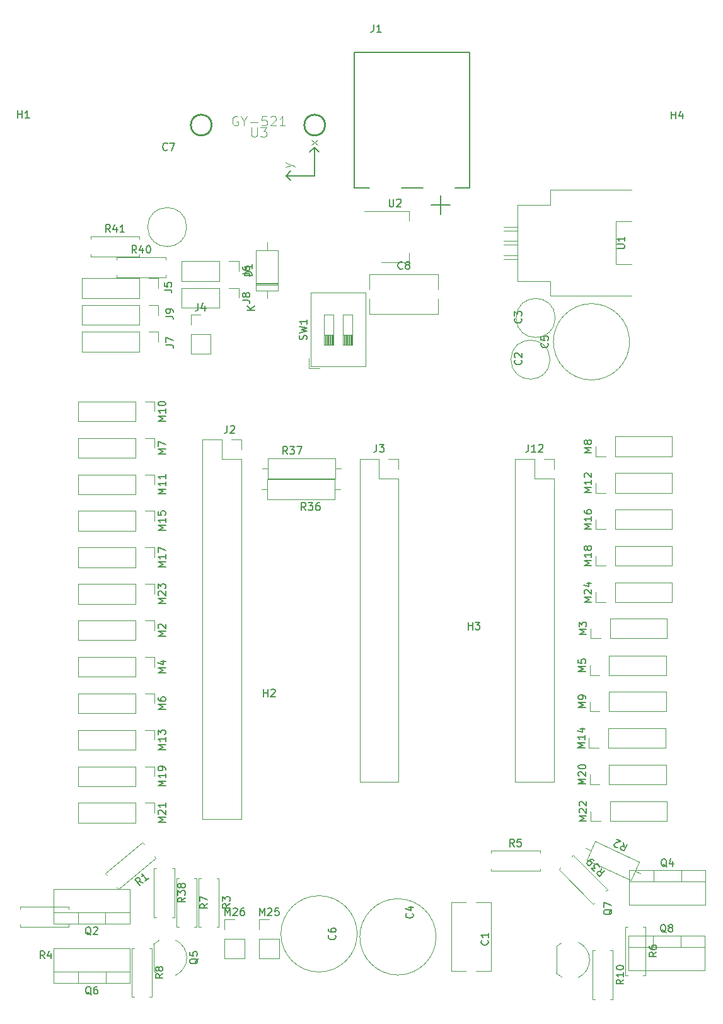
<source format=gbr>
%TF.GenerationSoftware,KiCad,Pcbnew,(6.0.5)*%
%TF.CreationDate,2022-12-18T21:16:11-03:00*%
%TF.ProjectId,HM_CENTRAL-01,484d5f43-454e-4545-9241-4c2d30312e6b,rev?*%
%TF.SameCoordinates,Original*%
%TF.FileFunction,Legend,Top*%
%TF.FilePolarity,Positive*%
%FSLAX46Y46*%
G04 Gerber Fmt 4.6, Leading zero omitted, Abs format (unit mm)*
G04 Created by KiCad (PCBNEW (6.0.5)) date 2022-12-18 21:16:11*
%MOMM*%
%LPD*%
G01*
G04 APERTURE LIST*
%ADD10C,0.150000*%
%ADD11C,0.101600*%
%ADD12C,0.120000*%
%ADD13C,0.127000*%
%ADD14C,0.254000*%
G04 APERTURE END LIST*
D10*
%TO.C,M14*%
X148722380Y-106185714D02*
X147722380Y-106185714D01*
X148436666Y-105852380D01*
X147722380Y-105519047D01*
X148722380Y-105519047D01*
X148722380Y-104519047D02*
X148722380Y-105090476D01*
X148722380Y-104804761D02*
X147722380Y-104804761D01*
X147865238Y-104900000D01*
X147960476Y-104995238D01*
X148008095Y-105090476D01*
X148055714Y-103661904D02*
X148722380Y-103661904D01*
X147674761Y-103900000D02*
X148389047Y-104138095D01*
X148389047Y-103519047D01*
%TO.C,J1*%
X120342919Y-9102909D02*
X120342919Y-9817510D01*
X120295279Y-9960430D01*
X120199999Y-10055710D01*
X120057079Y-10103350D01*
X119961799Y-10103350D01*
X121343360Y-10103350D02*
X120771680Y-10103350D01*
X121057520Y-10103350D02*
X121057520Y-9102909D01*
X120962240Y-9245829D01*
X120866960Y-9341109D01*
X120771680Y-9388749D01*
%TO.C,J6*%
X102707380Y-42533333D02*
X103421666Y-42533333D01*
X103564523Y-42580952D01*
X103659761Y-42676190D01*
X103707380Y-42819047D01*
X103707380Y-42914285D01*
X102707380Y-41628571D02*
X102707380Y-41819047D01*
X102755000Y-41914285D01*
X102802619Y-41961904D01*
X102945476Y-42057142D01*
X103135952Y-42104761D01*
X103516904Y-42104761D01*
X103612142Y-42057142D01*
X103659761Y-42009523D01*
X103707380Y-41914285D01*
X103707380Y-41723809D01*
X103659761Y-41628571D01*
X103612142Y-41580952D01*
X103516904Y-41533333D01*
X103278809Y-41533333D01*
X103183571Y-41580952D01*
X103135952Y-41628571D01*
X103088333Y-41723809D01*
X103088333Y-41914285D01*
X103135952Y-42009523D01*
X103183571Y-42057142D01*
X103278809Y-42104761D01*
%TO.C,J7*%
X92452380Y-52133333D02*
X93166666Y-52133333D01*
X93309523Y-52180952D01*
X93404761Y-52276190D01*
X93452380Y-52419047D01*
X93452380Y-52514285D01*
X92452380Y-51752380D02*
X92452380Y-51085714D01*
X93452380Y-51514285D01*
%TO.C,R6*%
X158322380Y-133666666D02*
X157846190Y-134000000D01*
X158322380Y-134238095D02*
X157322380Y-134238095D01*
X157322380Y-133857142D01*
X157370000Y-133761904D01*
X157417619Y-133714285D01*
X157512857Y-133666666D01*
X157655714Y-133666666D01*
X157750952Y-133714285D01*
X157798571Y-133761904D01*
X157846190Y-133857142D01*
X157846190Y-134238095D01*
X157322380Y-132809523D02*
X157322380Y-133000000D01*
X157370000Y-133095238D01*
X157417619Y-133142857D01*
X157560476Y-133238095D01*
X157750952Y-133285714D01*
X158131904Y-133285714D01*
X158227142Y-133238095D01*
X158274761Y-133190476D01*
X158322380Y-133095238D01*
X158322380Y-132904761D01*
X158274761Y-132809523D01*
X158227142Y-132761904D01*
X158131904Y-132714285D01*
X157893809Y-132714285D01*
X157798571Y-132761904D01*
X157750952Y-132809523D01*
X157703333Y-132904761D01*
X157703333Y-133095238D01*
X157750952Y-133190476D01*
X157798571Y-133238095D01*
X157893809Y-133285714D01*
%TO.C,M10*%
X92382380Y-62335714D02*
X91382380Y-62335714D01*
X92096666Y-62002380D01*
X91382380Y-61669047D01*
X92382380Y-61669047D01*
X92382380Y-60669047D02*
X92382380Y-61240476D01*
X92382380Y-60954761D02*
X91382380Y-60954761D01*
X91525238Y-61050000D01*
X91620476Y-61145238D01*
X91668095Y-61240476D01*
X91382380Y-60050000D02*
X91382380Y-59954761D01*
X91430000Y-59859523D01*
X91477619Y-59811904D01*
X91572857Y-59764285D01*
X91763333Y-59716666D01*
X92001428Y-59716666D01*
X92191904Y-59764285D01*
X92287142Y-59811904D01*
X92334761Y-59859523D01*
X92382380Y-59954761D01*
X92382380Y-60050000D01*
X92334761Y-60145238D01*
X92287142Y-60192857D01*
X92191904Y-60240476D01*
X92001428Y-60288095D01*
X91763333Y-60288095D01*
X91572857Y-60240476D01*
X91477619Y-60192857D01*
X91430000Y-60145238D01*
X91382380Y-60050000D01*
%TO.C,M13*%
X92382380Y-106435714D02*
X91382380Y-106435714D01*
X92096666Y-106102380D01*
X91382380Y-105769047D01*
X92382380Y-105769047D01*
X92382380Y-104769047D02*
X92382380Y-105340476D01*
X92382380Y-105054761D02*
X91382380Y-105054761D01*
X91525238Y-105150000D01*
X91620476Y-105245238D01*
X91668095Y-105340476D01*
X91382380Y-104435714D02*
X91382380Y-103816666D01*
X91763333Y-104150000D01*
X91763333Y-104007142D01*
X91810952Y-103911904D01*
X91858571Y-103864285D01*
X91953809Y-103816666D01*
X92191904Y-103816666D01*
X92287142Y-103864285D01*
X92334761Y-103911904D01*
X92382380Y-104007142D01*
X92382380Y-104292857D01*
X92334761Y-104388095D01*
X92287142Y-104435714D01*
%TO.C,M23*%
X92382380Y-86835714D02*
X91382380Y-86835714D01*
X92096666Y-86502380D01*
X91382380Y-86169047D01*
X92382380Y-86169047D01*
X91477619Y-85740476D02*
X91430000Y-85692857D01*
X91382380Y-85597619D01*
X91382380Y-85359523D01*
X91430000Y-85264285D01*
X91477619Y-85216666D01*
X91572857Y-85169047D01*
X91668095Y-85169047D01*
X91810952Y-85216666D01*
X92382380Y-85788095D01*
X92382380Y-85169047D01*
X91382380Y-84835714D02*
X91382380Y-84216666D01*
X91763333Y-84550000D01*
X91763333Y-84407142D01*
X91810952Y-84311904D01*
X91858571Y-84264285D01*
X91953809Y-84216666D01*
X92191904Y-84216666D01*
X92287142Y-84264285D01*
X92334761Y-84311904D01*
X92382380Y-84407142D01*
X92382380Y-84692857D01*
X92334761Y-84788095D01*
X92287142Y-84835714D01*
%TO.C,J5*%
X92212380Y-44723333D02*
X92926666Y-44723333D01*
X93069523Y-44770952D01*
X93164761Y-44866190D01*
X93212380Y-45009047D01*
X93212380Y-45104285D01*
X92212380Y-43770952D02*
X92212380Y-44247142D01*
X92688571Y-44294761D01*
X92640952Y-44247142D01*
X92593333Y-44151904D01*
X92593333Y-43913809D01*
X92640952Y-43818571D01*
X92688571Y-43770952D01*
X92783809Y-43723333D01*
X93021904Y-43723333D01*
X93117142Y-43770952D01*
X93164761Y-43818571D01*
X93212380Y-43913809D01*
X93212380Y-44151904D01*
X93164761Y-44247142D01*
X93117142Y-44294761D01*
%TO.C,D1*%
X104007380Y-42838095D02*
X103007380Y-42838095D01*
X103007380Y-42600000D01*
X103055000Y-42457142D01*
X103150238Y-42361904D01*
X103245476Y-42314285D01*
X103435952Y-42266666D01*
X103578809Y-42266666D01*
X103769285Y-42314285D01*
X103864523Y-42361904D01*
X103959761Y-42457142D01*
X104007380Y-42600000D01*
X104007380Y-42838095D01*
X104007380Y-41314285D02*
X104007380Y-41885714D01*
X104007380Y-41600000D02*
X103007380Y-41600000D01*
X103150238Y-41695238D01*
X103245476Y-41790476D01*
X103293095Y-41885714D01*
X104377380Y-47441904D02*
X103377380Y-47441904D01*
X104377380Y-46870476D02*
X103805952Y-47299047D01*
X103377380Y-46870476D02*
X103948809Y-47441904D01*
%TO.C,R4*%
X76133333Y-134522380D02*
X75800000Y-134046190D01*
X75561904Y-134522380D02*
X75561904Y-133522380D01*
X75942857Y-133522380D01*
X76038095Y-133570000D01*
X76085714Y-133617619D01*
X76133333Y-133712857D01*
X76133333Y-133855714D01*
X76085714Y-133950952D01*
X76038095Y-133998571D01*
X75942857Y-134046190D01*
X75561904Y-134046190D01*
X76990476Y-133855714D02*
X76990476Y-134522380D01*
X76752380Y-133474761D02*
X76514285Y-134189047D01*
X77133333Y-134189047D01*
%TO.C,R41*%
X84957142Y-36982380D02*
X84623809Y-36506190D01*
X84385714Y-36982380D02*
X84385714Y-35982380D01*
X84766666Y-35982380D01*
X84861904Y-36030000D01*
X84909523Y-36077619D01*
X84957142Y-36172857D01*
X84957142Y-36315714D01*
X84909523Y-36410952D01*
X84861904Y-36458571D01*
X84766666Y-36506190D01*
X84385714Y-36506190D01*
X85814285Y-36315714D02*
X85814285Y-36982380D01*
X85576190Y-35934761D02*
X85338095Y-36649047D01*
X85957142Y-36649047D01*
X86861904Y-36982380D02*
X86290476Y-36982380D01*
X86576190Y-36982380D02*
X86576190Y-35982380D01*
X86480952Y-36125238D01*
X86385714Y-36220476D01*
X86290476Y-36268095D01*
%TO.C,Q7*%
X152347619Y-127895238D02*
X152300000Y-127990476D01*
X152204761Y-128085714D01*
X152061904Y-128228571D01*
X152014285Y-128323809D01*
X152014285Y-128419047D01*
X152252380Y-128371428D02*
X152204761Y-128466666D01*
X152109523Y-128561904D01*
X151919047Y-128609523D01*
X151585714Y-128609523D01*
X151395238Y-128561904D01*
X151300000Y-128466666D01*
X151252380Y-128371428D01*
X151252380Y-128180952D01*
X151300000Y-128085714D01*
X151395238Y-127990476D01*
X151585714Y-127942857D01*
X151919047Y-127942857D01*
X152109523Y-127990476D01*
X152204761Y-128085714D01*
X152252380Y-128180952D01*
X152252380Y-128371428D01*
X151252380Y-127609523D02*
X151252380Y-126942857D01*
X152252380Y-127371428D01*
%TO.C,R36*%
X111227142Y-74322380D02*
X110893809Y-73846190D01*
X110655714Y-74322380D02*
X110655714Y-73322380D01*
X111036666Y-73322380D01*
X111131904Y-73370000D01*
X111179523Y-73417619D01*
X111227142Y-73512857D01*
X111227142Y-73655714D01*
X111179523Y-73750952D01*
X111131904Y-73798571D01*
X111036666Y-73846190D01*
X110655714Y-73846190D01*
X111560476Y-73322380D02*
X112179523Y-73322380D01*
X111846190Y-73703333D01*
X111989047Y-73703333D01*
X112084285Y-73750952D01*
X112131904Y-73798571D01*
X112179523Y-73893809D01*
X112179523Y-74131904D01*
X112131904Y-74227142D01*
X112084285Y-74274761D01*
X111989047Y-74322380D01*
X111703333Y-74322380D01*
X111608095Y-74274761D01*
X111560476Y-74227142D01*
X113036666Y-73322380D02*
X112846190Y-73322380D01*
X112750952Y-73370000D01*
X112703333Y-73417619D01*
X112608095Y-73560476D01*
X112560476Y-73750952D01*
X112560476Y-74131904D01*
X112608095Y-74227142D01*
X112655714Y-74274761D01*
X112750952Y-74322380D01*
X112941428Y-74322380D01*
X113036666Y-74274761D01*
X113084285Y-74227142D01*
X113131904Y-74131904D01*
X113131904Y-73893809D01*
X113084285Y-73798571D01*
X113036666Y-73750952D01*
X112941428Y-73703333D01*
X112750952Y-73703333D01*
X112655714Y-73750952D01*
X112608095Y-73798571D01*
X112560476Y-73893809D01*
%TO.C,U2*%
X122438095Y-32552380D02*
X122438095Y-33361904D01*
X122485714Y-33457142D01*
X122533333Y-33504761D01*
X122628571Y-33552380D01*
X122819047Y-33552380D01*
X122914285Y-33504761D01*
X122961904Y-33457142D01*
X123009523Y-33361904D01*
X123009523Y-32552380D01*
X123438095Y-32647619D02*
X123485714Y-32600000D01*
X123580952Y-32552380D01*
X123819047Y-32552380D01*
X123914285Y-32600000D01*
X123961904Y-32647619D01*
X124009523Y-32742857D01*
X124009523Y-32838095D01*
X123961904Y-32980952D01*
X123390476Y-33552380D01*
X124009523Y-33552380D01*
%TO.C,C5*%
X143707142Y-51866666D02*
X143754761Y-51914285D01*
X143802380Y-52057142D01*
X143802380Y-52152380D01*
X143754761Y-52295238D01*
X143659523Y-52390476D01*
X143564285Y-52438095D01*
X143373809Y-52485714D01*
X143230952Y-52485714D01*
X143040476Y-52438095D01*
X142945238Y-52390476D01*
X142850000Y-52295238D01*
X142802380Y-52152380D01*
X142802380Y-52057142D01*
X142850000Y-51914285D01*
X142897619Y-51866666D01*
X142802380Y-50961904D02*
X142802380Y-51438095D01*
X143278571Y-51485714D01*
X143230952Y-51438095D01*
X143183333Y-51342857D01*
X143183333Y-51104761D01*
X143230952Y-51009523D01*
X143278571Y-50961904D01*
X143373809Y-50914285D01*
X143611904Y-50914285D01*
X143707142Y-50961904D01*
X143754761Y-51009523D01*
X143802380Y-51104761D01*
X143802380Y-51342857D01*
X143754761Y-51438095D01*
X143707142Y-51485714D01*
%TO.C,C7*%
X92633333Y-25907142D02*
X92585714Y-25954761D01*
X92442857Y-26002380D01*
X92347619Y-26002380D01*
X92204761Y-25954761D01*
X92109523Y-25859523D01*
X92061904Y-25764285D01*
X92014285Y-25573809D01*
X92014285Y-25430952D01*
X92061904Y-25240476D01*
X92109523Y-25145238D01*
X92204761Y-25050000D01*
X92347619Y-25002380D01*
X92442857Y-25002380D01*
X92585714Y-25050000D01*
X92633333Y-25097619D01*
X92966666Y-25002380D02*
X93633333Y-25002380D01*
X93204761Y-26002380D01*
%TO.C,M20*%
X148822380Y-111085714D02*
X147822380Y-111085714D01*
X148536666Y-110752380D01*
X147822380Y-110419047D01*
X148822380Y-110419047D01*
X147917619Y-109990476D02*
X147870000Y-109942857D01*
X147822380Y-109847619D01*
X147822380Y-109609523D01*
X147870000Y-109514285D01*
X147917619Y-109466666D01*
X148012857Y-109419047D01*
X148108095Y-109419047D01*
X148250952Y-109466666D01*
X148822380Y-110038095D01*
X148822380Y-109419047D01*
X147822380Y-108800000D02*
X147822380Y-108704761D01*
X147870000Y-108609523D01*
X147917619Y-108561904D01*
X148012857Y-108514285D01*
X148203333Y-108466666D01*
X148441428Y-108466666D01*
X148631904Y-108514285D01*
X148727142Y-108561904D01*
X148774761Y-108609523D01*
X148822380Y-108704761D01*
X148822380Y-108800000D01*
X148774761Y-108895238D01*
X148727142Y-108942857D01*
X148631904Y-108990476D01*
X148441428Y-109038095D01*
X148203333Y-109038095D01*
X148012857Y-108990476D01*
X147917619Y-108942857D01*
X147870000Y-108895238D01*
X147822380Y-108800000D01*
%TO.C,R8*%
X92022380Y-136566666D02*
X91546190Y-136900000D01*
X92022380Y-137138095D02*
X91022380Y-137138095D01*
X91022380Y-136757142D01*
X91070000Y-136661904D01*
X91117619Y-136614285D01*
X91212857Y-136566666D01*
X91355714Y-136566666D01*
X91450952Y-136614285D01*
X91498571Y-136661904D01*
X91546190Y-136757142D01*
X91546190Y-137138095D01*
X91450952Y-135995238D02*
X91403333Y-136090476D01*
X91355714Y-136138095D01*
X91260476Y-136185714D01*
X91212857Y-136185714D01*
X91117619Y-136138095D01*
X91070000Y-136090476D01*
X91022380Y-135995238D01*
X91022380Y-135804761D01*
X91070000Y-135709523D01*
X91117619Y-135661904D01*
X91212857Y-135614285D01*
X91260476Y-135614285D01*
X91355714Y-135661904D01*
X91403333Y-135709523D01*
X91450952Y-135804761D01*
X91450952Y-135995238D01*
X91498571Y-136090476D01*
X91546190Y-136138095D01*
X91641428Y-136185714D01*
X91831904Y-136185714D01*
X91927142Y-136138095D01*
X91974761Y-136090476D01*
X92022380Y-135995238D01*
X92022380Y-135804761D01*
X91974761Y-135709523D01*
X91927142Y-135661904D01*
X91831904Y-135614285D01*
X91641428Y-135614285D01*
X91546190Y-135661904D01*
X91498571Y-135709523D01*
X91450952Y-135804761D01*
%TO.C,J2*%
X100666666Y-62952380D02*
X100666666Y-63666666D01*
X100619047Y-63809523D01*
X100523809Y-63904761D01*
X100380952Y-63952380D01*
X100285714Y-63952380D01*
X101095238Y-63047619D02*
X101142857Y-63000000D01*
X101238095Y-62952380D01*
X101476190Y-62952380D01*
X101571428Y-63000000D01*
X101619047Y-63047619D01*
X101666666Y-63142857D01*
X101666666Y-63238095D01*
X101619047Y-63380952D01*
X101047619Y-63952380D01*
X101666666Y-63952380D01*
%TO.C,H3*%
X133038095Y-90352380D02*
X133038095Y-89352380D01*
X133038095Y-89828571D02*
X133609523Y-89828571D01*
X133609523Y-90352380D02*
X133609523Y-89352380D01*
X133990476Y-89352380D02*
X134609523Y-89352380D01*
X134276190Y-89733333D01*
X134419047Y-89733333D01*
X134514285Y-89780952D01*
X134561904Y-89828571D01*
X134609523Y-89923809D01*
X134609523Y-90161904D01*
X134561904Y-90257142D01*
X134514285Y-90304761D01*
X134419047Y-90352380D01*
X134133333Y-90352380D01*
X134038095Y-90304761D01*
X133990476Y-90257142D01*
%TO.C,R40*%
X88467142Y-39782380D02*
X88133809Y-39306190D01*
X87895714Y-39782380D02*
X87895714Y-38782380D01*
X88276666Y-38782380D01*
X88371904Y-38830000D01*
X88419523Y-38877619D01*
X88467142Y-38972857D01*
X88467142Y-39115714D01*
X88419523Y-39210952D01*
X88371904Y-39258571D01*
X88276666Y-39306190D01*
X87895714Y-39306190D01*
X89324285Y-39115714D02*
X89324285Y-39782380D01*
X89086190Y-38734761D02*
X88848095Y-39449047D01*
X89467142Y-39449047D01*
X90038571Y-38782380D02*
X90133809Y-38782380D01*
X90229047Y-38830000D01*
X90276666Y-38877619D01*
X90324285Y-38972857D01*
X90371904Y-39163333D01*
X90371904Y-39401428D01*
X90324285Y-39591904D01*
X90276666Y-39687142D01*
X90229047Y-39734761D01*
X90133809Y-39782380D01*
X90038571Y-39782380D01*
X89943333Y-39734761D01*
X89895714Y-39687142D01*
X89848095Y-39591904D01*
X89800476Y-39401428D01*
X89800476Y-39163333D01*
X89848095Y-38972857D01*
X89895714Y-38877619D01*
X89943333Y-38830000D01*
X90038571Y-38782380D01*
%TO.C,M5*%
X148822380Y-95959523D02*
X147822380Y-95959523D01*
X148536666Y-95626190D01*
X147822380Y-95292857D01*
X148822380Y-95292857D01*
X147822380Y-94340476D02*
X147822380Y-94816666D01*
X148298571Y-94864285D01*
X148250952Y-94816666D01*
X148203333Y-94721428D01*
X148203333Y-94483333D01*
X148250952Y-94388095D01*
X148298571Y-94340476D01*
X148393809Y-94292857D01*
X148631904Y-94292857D01*
X148727142Y-94340476D01*
X148774761Y-94388095D01*
X148822380Y-94483333D01*
X148822380Y-94721428D01*
X148774761Y-94816666D01*
X148727142Y-94864285D01*
%TO.C,SW1*%
X111309761Y-51390833D02*
X111357380Y-51247976D01*
X111357380Y-51009880D01*
X111309761Y-50914642D01*
X111262142Y-50867023D01*
X111166904Y-50819404D01*
X111071666Y-50819404D01*
X110976428Y-50867023D01*
X110928809Y-50914642D01*
X110881190Y-51009880D01*
X110833571Y-51200357D01*
X110785952Y-51295595D01*
X110738333Y-51343214D01*
X110643095Y-51390833D01*
X110547857Y-51390833D01*
X110452619Y-51343214D01*
X110405000Y-51295595D01*
X110357380Y-51200357D01*
X110357380Y-50962261D01*
X110405000Y-50819404D01*
X110357380Y-50486071D02*
X111357380Y-50247976D01*
X110643095Y-50057500D01*
X111357380Y-49867023D01*
X110357380Y-49628928D01*
X111357380Y-48724166D02*
X111357380Y-49295595D01*
X111357380Y-49009880D02*
X110357380Y-49009880D01*
X110500238Y-49105119D01*
X110595476Y-49200357D01*
X110643095Y-49295595D01*
%TO.C,H4*%
X160338095Y-21752380D02*
X160338095Y-20752380D01*
X160338095Y-21228571D02*
X160909523Y-21228571D01*
X160909523Y-21752380D02*
X160909523Y-20752380D01*
X161814285Y-21085714D02*
X161814285Y-21752380D01*
X161576190Y-20704761D02*
X161338095Y-21419047D01*
X161957142Y-21419047D01*
%TO.C,C2*%
X140157142Y-54166666D02*
X140204761Y-54214285D01*
X140252380Y-54357142D01*
X140252380Y-54452380D01*
X140204761Y-54595238D01*
X140109523Y-54690476D01*
X140014285Y-54738095D01*
X139823809Y-54785714D01*
X139680952Y-54785714D01*
X139490476Y-54738095D01*
X139395238Y-54690476D01*
X139300000Y-54595238D01*
X139252380Y-54452380D01*
X139252380Y-54357142D01*
X139300000Y-54214285D01*
X139347619Y-54166666D01*
X139347619Y-53785714D02*
X139300000Y-53738095D01*
X139252380Y-53642857D01*
X139252380Y-53404761D01*
X139300000Y-53309523D01*
X139347619Y-53261904D01*
X139442857Y-53214285D01*
X139538095Y-53214285D01*
X139680952Y-53261904D01*
X140252380Y-53833333D01*
X140252380Y-53214285D01*
%TO.C,Q6*%
X82404761Y-139372619D02*
X82309523Y-139325000D01*
X82214285Y-139229761D01*
X82071428Y-139086904D01*
X81976190Y-139039285D01*
X81880952Y-139039285D01*
X81928571Y-139277380D02*
X81833333Y-139229761D01*
X81738095Y-139134523D01*
X81690476Y-138944047D01*
X81690476Y-138610714D01*
X81738095Y-138420238D01*
X81833333Y-138325000D01*
X81928571Y-138277380D01*
X82119047Y-138277380D01*
X82214285Y-138325000D01*
X82309523Y-138420238D01*
X82357142Y-138610714D01*
X82357142Y-138944047D01*
X82309523Y-139134523D01*
X82214285Y-139229761D01*
X82119047Y-139277380D01*
X81928571Y-139277380D01*
X83214285Y-138277380D02*
X83023809Y-138277380D01*
X82928571Y-138325000D01*
X82880952Y-138372619D01*
X82785714Y-138515476D01*
X82738095Y-138705952D01*
X82738095Y-139086904D01*
X82785714Y-139182142D01*
X82833333Y-139229761D01*
X82928571Y-139277380D01*
X83119047Y-139277380D01*
X83214285Y-139229761D01*
X83261904Y-139182142D01*
X83309523Y-139086904D01*
X83309523Y-138848809D01*
X83261904Y-138753571D01*
X83214285Y-138705952D01*
X83119047Y-138658333D01*
X82928571Y-138658333D01*
X82833333Y-138705952D01*
X82785714Y-138753571D01*
X82738095Y-138848809D01*
%TO.C,R7*%
X98022380Y-127166666D02*
X97546190Y-127500000D01*
X98022380Y-127738095D02*
X97022380Y-127738095D01*
X97022380Y-127357142D01*
X97070000Y-127261904D01*
X97117619Y-127214285D01*
X97212857Y-127166666D01*
X97355714Y-127166666D01*
X97450952Y-127214285D01*
X97498571Y-127261904D01*
X97546190Y-127357142D01*
X97546190Y-127738095D01*
X97022380Y-126833333D02*
X97022380Y-126166666D01*
X98022380Y-126595238D01*
%TO.C,M2*%
X92382380Y-91259523D02*
X91382380Y-91259523D01*
X92096666Y-90926190D01*
X91382380Y-90592857D01*
X92382380Y-90592857D01*
X91477619Y-90164285D02*
X91430000Y-90116666D01*
X91382380Y-90021428D01*
X91382380Y-89783333D01*
X91430000Y-89688095D01*
X91477619Y-89640476D01*
X91572857Y-89592857D01*
X91668095Y-89592857D01*
X91810952Y-89640476D01*
X92382380Y-90211904D01*
X92382380Y-89592857D01*
%TO.C,M8*%
X149602380Y-66559523D02*
X148602380Y-66559523D01*
X149316666Y-66226190D01*
X148602380Y-65892857D01*
X149602380Y-65892857D01*
X149030952Y-65273809D02*
X148983333Y-65369047D01*
X148935714Y-65416666D01*
X148840476Y-65464285D01*
X148792857Y-65464285D01*
X148697619Y-65416666D01*
X148650000Y-65369047D01*
X148602380Y-65273809D01*
X148602380Y-65083333D01*
X148650000Y-64988095D01*
X148697619Y-64940476D01*
X148792857Y-64892857D01*
X148840476Y-64892857D01*
X148935714Y-64940476D01*
X148983333Y-64988095D01*
X149030952Y-65083333D01*
X149030952Y-65273809D01*
X149078571Y-65369047D01*
X149126190Y-65416666D01*
X149221428Y-65464285D01*
X149411904Y-65464285D01*
X149507142Y-65416666D01*
X149554761Y-65369047D01*
X149602380Y-65273809D01*
X149602380Y-65083333D01*
X149554761Y-64988095D01*
X149507142Y-64940476D01*
X149411904Y-64892857D01*
X149221428Y-64892857D01*
X149126190Y-64940476D01*
X149078571Y-64988095D01*
X149030952Y-65083333D01*
%TO.C,Q8*%
X159604761Y-131022619D02*
X159509523Y-130975000D01*
X159414285Y-130879761D01*
X159271428Y-130736904D01*
X159176190Y-130689285D01*
X159080952Y-130689285D01*
X159128571Y-130927380D02*
X159033333Y-130879761D01*
X158938095Y-130784523D01*
X158890476Y-130594047D01*
X158890476Y-130260714D01*
X158938095Y-130070238D01*
X159033333Y-129975000D01*
X159128571Y-129927380D01*
X159319047Y-129927380D01*
X159414285Y-129975000D01*
X159509523Y-130070238D01*
X159557142Y-130260714D01*
X159557142Y-130594047D01*
X159509523Y-130784523D01*
X159414285Y-130879761D01*
X159319047Y-130927380D01*
X159128571Y-130927380D01*
X160128571Y-130355952D02*
X160033333Y-130308333D01*
X159985714Y-130260714D01*
X159938095Y-130165476D01*
X159938095Y-130117857D01*
X159985714Y-130022619D01*
X160033333Y-129975000D01*
X160128571Y-129927380D01*
X160319047Y-129927380D01*
X160414285Y-129975000D01*
X160461904Y-130022619D01*
X160509523Y-130117857D01*
X160509523Y-130165476D01*
X160461904Y-130260714D01*
X160414285Y-130308333D01*
X160319047Y-130355952D01*
X160128571Y-130355952D01*
X160033333Y-130403571D01*
X159985714Y-130451190D01*
X159938095Y-130546428D01*
X159938095Y-130736904D01*
X159985714Y-130832142D01*
X160033333Y-130879761D01*
X160128571Y-130927380D01*
X160319047Y-130927380D01*
X160414285Y-130879761D01*
X160461904Y-130832142D01*
X160509523Y-130736904D01*
X160509523Y-130546428D01*
X160461904Y-130451190D01*
X160414285Y-130403571D01*
X160319047Y-130355952D01*
%TO.C,M6*%
X92382380Y-101059523D02*
X91382380Y-101059523D01*
X92096666Y-100726190D01*
X91382380Y-100392857D01*
X92382380Y-100392857D01*
X91382380Y-99488095D02*
X91382380Y-99678571D01*
X91430000Y-99773809D01*
X91477619Y-99821428D01*
X91620476Y-99916666D01*
X91810952Y-99964285D01*
X92191904Y-99964285D01*
X92287142Y-99916666D01*
X92334761Y-99869047D01*
X92382380Y-99773809D01*
X92382380Y-99583333D01*
X92334761Y-99488095D01*
X92287142Y-99440476D01*
X92191904Y-99392857D01*
X91953809Y-99392857D01*
X91858571Y-99440476D01*
X91810952Y-99488095D01*
X91763333Y-99583333D01*
X91763333Y-99773809D01*
X91810952Y-99869047D01*
X91858571Y-99916666D01*
X91953809Y-99964285D01*
%TO.C,M26*%
X100364285Y-128722380D02*
X100364285Y-127722380D01*
X100697619Y-128436666D01*
X101030952Y-127722380D01*
X101030952Y-128722380D01*
X101459523Y-127817619D02*
X101507142Y-127770000D01*
X101602380Y-127722380D01*
X101840476Y-127722380D01*
X101935714Y-127770000D01*
X101983333Y-127817619D01*
X102030952Y-127912857D01*
X102030952Y-128008095D01*
X101983333Y-128150952D01*
X101411904Y-128722380D01*
X102030952Y-128722380D01*
X102888095Y-127722380D02*
X102697619Y-127722380D01*
X102602380Y-127770000D01*
X102554761Y-127817619D01*
X102459523Y-127960476D01*
X102411904Y-128150952D01*
X102411904Y-128531904D01*
X102459523Y-128627142D01*
X102507142Y-128674761D01*
X102602380Y-128722380D01*
X102792857Y-128722380D01*
X102888095Y-128674761D01*
X102935714Y-128627142D01*
X102983333Y-128531904D01*
X102983333Y-128293809D01*
X102935714Y-128198571D01*
X102888095Y-128150952D01*
X102792857Y-128103333D01*
X102602380Y-128103333D01*
X102507142Y-128150952D01*
X102459523Y-128198571D01*
X102411904Y-128293809D01*
%TO.C,R5*%
X139233333Y-119482380D02*
X138900000Y-119006190D01*
X138661904Y-119482380D02*
X138661904Y-118482380D01*
X139042857Y-118482380D01*
X139138095Y-118530000D01*
X139185714Y-118577619D01*
X139233333Y-118672857D01*
X139233333Y-118815714D01*
X139185714Y-118910952D01*
X139138095Y-118958571D01*
X139042857Y-119006190D01*
X138661904Y-119006190D01*
X140138095Y-118482380D02*
X139661904Y-118482380D01*
X139614285Y-118958571D01*
X139661904Y-118910952D01*
X139757142Y-118863333D01*
X139995238Y-118863333D01*
X140090476Y-118910952D01*
X140138095Y-118958571D01*
X140185714Y-119053809D01*
X140185714Y-119291904D01*
X140138095Y-119387142D01*
X140090476Y-119434761D01*
X139995238Y-119482380D01*
X139757142Y-119482380D01*
X139661904Y-119434761D01*
X139614285Y-119387142D01*
%TO.C,J4*%
X96766666Y-46522380D02*
X96766666Y-47236666D01*
X96719047Y-47379523D01*
X96623809Y-47474761D01*
X96480952Y-47522380D01*
X96385714Y-47522380D01*
X97671428Y-46855714D02*
X97671428Y-47522380D01*
X97433333Y-46474761D02*
X97195238Y-47189047D01*
X97814285Y-47189047D01*
%TO.C,M4*%
X92382380Y-96159523D02*
X91382380Y-96159523D01*
X92096666Y-95826190D01*
X91382380Y-95492857D01*
X92382380Y-95492857D01*
X91715714Y-94588095D02*
X92382380Y-94588095D01*
X91334761Y-94826190D02*
X92049047Y-95064285D01*
X92049047Y-94445238D01*
%TO.C,M22*%
X148922380Y-116035714D02*
X147922380Y-116035714D01*
X148636666Y-115702380D01*
X147922380Y-115369047D01*
X148922380Y-115369047D01*
X148017619Y-114940476D02*
X147970000Y-114892857D01*
X147922380Y-114797619D01*
X147922380Y-114559523D01*
X147970000Y-114464285D01*
X148017619Y-114416666D01*
X148112857Y-114369047D01*
X148208095Y-114369047D01*
X148350952Y-114416666D01*
X148922380Y-114988095D01*
X148922380Y-114369047D01*
X148017619Y-113988095D02*
X147970000Y-113940476D01*
X147922380Y-113845238D01*
X147922380Y-113607142D01*
X147970000Y-113511904D01*
X148017619Y-113464285D01*
X148112857Y-113416666D01*
X148208095Y-113416666D01*
X148350952Y-113464285D01*
X148922380Y-114035714D01*
X148922380Y-113416666D01*
%TO.C,J3*%
X120736666Y-65482380D02*
X120736666Y-66196666D01*
X120689047Y-66339523D01*
X120593809Y-66434761D01*
X120450952Y-66482380D01*
X120355714Y-66482380D01*
X121117619Y-65482380D02*
X121736666Y-65482380D01*
X121403333Y-65863333D01*
X121546190Y-65863333D01*
X121641428Y-65910952D01*
X121689047Y-65958571D01*
X121736666Y-66053809D01*
X121736666Y-66291904D01*
X121689047Y-66387142D01*
X121641428Y-66434761D01*
X121546190Y-66482380D01*
X121260476Y-66482380D01*
X121165238Y-66434761D01*
X121117619Y-66387142D01*
%TO.C,R39*%
X150944370Y-122358844D02*
X150843355Y-122931263D01*
X151348431Y-122762905D02*
X150641324Y-123470011D01*
X150371950Y-123200637D01*
X150338278Y-123099622D01*
X150338278Y-123032279D01*
X150371950Y-122931263D01*
X150472965Y-122830248D01*
X150573981Y-122796576D01*
X150641324Y-122796576D01*
X150742339Y-122830248D01*
X151011713Y-123099622D01*
X150001561Y-122830248D02*
X149563828Y-122392515D01*
X150068904Y-122358844D01*
X149967889Y-122257828D01*
X149934217Y-122156813D01*
X149934217Y-122089469D01*
X149967889Y-121988454D01*
X150136248Y-121820095D01*
X150237263Y-121786424D01*
X150304607Y-121786424D01*
X150405622Y-121820095D01*
X150607652Y-122022126D01*
X150641324Y-122123141D01*
X150641324Y-122190485D01*
X149934217Y-121348691D02*
X149799530Y-121214004D01*
X149698515Y-121180332D01*
X149631171Y-121180332D01*
X149462813Y-121214004D01*
X149294454Y-121315019D01*
X149025080Y-121584393D01*
X148991408Y-121685408D01*
X148991408Y-121752752D01*
X149025080Y-121853767D01*
X149159767Y-121988454D01*
X149260782Y-122022126D01*
X149328126Y-122022126D01*
X149429141Y-121988454D01*
X149597500Y-121820095D01*
X149631171Y-121719080D01*
X149631171Y-121651737D01*
X149597500Y-121550721D01*
X149462813Y-121416034D01*
X149361797Y-121382363D01*
X149294454Y-121382363D01*
X149193439Y-121416034D01*
%TO.C,J9*%
X92412380Y-48273333D02*
X93126666Y-48273333D01*
X93269523Y-48320952D01*
X93364761Y-48416190D01*
X93412380Y-48559047D01*
X93412380Y-48654285D01*
X93412380Y-47749523D02*
X93412380Y-47559047D01*
X93364761Y-47463809D01*
X93317142Y-47416190D01*
X93174285Y-47320952D01*
X92983809Y-47273333D01*
X92602857Y-47273333D01*
X92507619Y-47320952D01*
X92460000Y-47368571D01*
X92412380Y-47463809D01*
X92412380Y-47654285D01*
X92460000Y-47749523D01*
X92507619Y-47797142D01*
X92602857Y-47844761D01*
X92840952Y-47844761D01*
X92936190Y-47797142D01*
X92983809Y-47749523D01*
X93031428Y-47654285D01*
X93031428Y-47463809D01*
X92983809Y-47368571D01*
X92936190Y-47320952D01*
X92840952Y-47273333D01*
%TO.C,J12*%
X141120476Y-65482380D02*
X141120476Y-66196666D01*
X141072857Y-66339523D01*
X140977619Y-66434761D01*
X140834761Y-66482380D01*
X140739523Y-66482380D01*
X142120476Y-66482380D02*
X141549047Y-66482380D01*
X141834761Y-66482380D02*
X141834761Y-65482380D01*
X141739523Y-65625238D01*
X141644285Y-65720476D01*
X141549047Y-65768095D01*
X142501428Y-65577619D02*
X142549047Y-65530000D01*
X142644285Y-65482380D01*
X142882380Y-65482380D01*
X142977619Y-65530000D01*
X143025238Y-65577619D01*
X143072857Y-65672857D01*
X143072857Y-65768095D01*
X143025238Y-65910952D01*
X142453809Y-66482380D01*
X143072857Y-66482380D01*
%TO.C,M25*%
X105014285Y-128722380D02*
X105014285Y-127722380D01*
X105347619Y-128436666D01*
X105680952Y-127722380D01*
X105680952Y-128722380D01*
X106109523Y-127817619D02*
X106157142Y-127770000D01*
X106252380Y-127722380D01*
X106490476Y-127722380D01*
X106585714Y-127770000D01*
X106633333Y-127817619D01*
X106680952Y-127912857D01*
X106680952Y-128008095D01*
X106633333Y-128150952D01*
X106061904Y-128722380D01*
X106680952Y-128722380D01*
X107585714Y-127722380D02*
X107109523Y-127722380D01*
X107061904Y-128198571D01*
X107109523Y-128150952D01*
X107204761Y-128103333D01*
X107442857Y-128103333D01*
X107538095Y-128150952D01*
X107585714Y-128198571D01*
X107633333Y-128293809D01*
X107633333Y-128531904D01*
X107585714Y-128627142D01*
X107538095Y-128674761D01*
X107442857Y-128722380D01*
X107204761Y-128722380D01*
X107109523Y-128674761D01*
X107061904Y-128627142D01*
%TO.C,Q5*%
X96747619Y-134495238D02*
X96700000Y-134590476D01*
X96604761Y-134685714D01*
X96461904Y-134828571D01*
X96414285Y-134923809D01*
X96414285Y-135019047D01*
X96652380Y-134971428D02*
X96604761Y-135066666D01*
X96509523Y-135161904D01*
X96319047Y-135209523D01*
X95985714Y-135209523D01*
X95795238Y-135161904D01*
X95700000Y-135066666D01*
X95652380Y-134971428D01*
X95652380Y-134780952D01*
X95700000Y-134685714D01*
X95795238Y-134590476D01*
X95985714Y-134542857D01*
X96319047Y-134542857D01*
X96509523Y-134590476D01*
X96604761Y-134685714D01*
X96652380Y-134780952D01*
X96652380Y-134971428D01*
X95652380Y-133638095D02*
X95652380Y-134114285D01*
X96128571Y-134161904D01*
X96080952Y-134114285D01*
X96033333Y-134019047D01*
X96033333Y-133780952D01*
X96080952Y-133685714D01*
X96128571Y-133638095D01*
X96223809Y-133590476D01*
X96461904Y-133590476D01*
X96557142Y-133638095D01*
X96604761Y-133685714D01*
X96652380Y-133780952D01*
X96652380Y-134019047D01*
X96604761Y-134114285D01*
X96557142Y-134161904D01*
%TO.C,J8*%
X102707380Y-46133333D02*
X103421666Y-46133333D01*
X103564523Y-46180952D01*
X103659761Y-46276190D01*
X103707380Y-46419047D01*
X103707380Y-46514285D01*
X103135952Y-45514285D02*
X103088333Y-45609523D01*
X103040714Y-45657142D01*
X102945476Y-45704761D01*
X102897857Y-45704761D01*
X102802619Y-45657142D01*
X102755000Y-45609523D01*
X102707380Y-45514285D01*
X102707380Y-45323809D01*
X102755000Y-45228571D01*
X102802619Y-45180952D01*
X102897857Y-45133333D01*
X102945476Y-45133333D01*
X103040714Y-45180952D01*
X103088333Y-45228571D01*
X103135952Y-45323809D01*
X103135952Y-45514285D01*
X103183571Y-45609523D01*
X103231190Y-45657142D01*
X103326428Y-45704761D01*
X103516904Y-45704761D01*
X103612142Y-45657142D01*
X103659761Y-45609523D01*
X103707380Y-45514285D01*
X103707380Y-45323809D01*
X103659761Y-45228571D01*
X103612142Y-45180952D01*
X103516904Y-45133333D01*
X103326428Y-45133333D01*
X103231190Y-45180952D01*
X103183571Y-45228571D01*
X103135952Y-45323809D01*
%TO.C,C1*%
X135657142Y-132066666D02*
X135704761Y-132114285D01*
X135752380Y-132257142D01*
X135752380Y-132352380D01*
X135704761Y-132495238D01*
X135609523Y-132590476D01*
X135514285Y-132638095D01*
X135323809Y-132685714D01*
X135180952Y-132685714D01*
X134990476Y-132638095D01*
X134895238Y-132590476D01*
X134800000Y-132495238D01*
X134752380Y-132352380D01*
X134752380Y-132257142D01*
X134800000Y-132114285D01*
X134847619Y-132066666D01*
X135752380Y-131114285D02*
X135752380Y-131685714D01*
X135752380Y-131400000D02*
X134752380Y-131400000D01*
X134895238Y-131495238D01*
X134990476Y-131590476D01*
X135038095Y-131685714D01*
%TO.C,M17*%
X92382380Y-81935714D02*
X91382380Y-81935714D01*
X92096666Y-81602380D01*
X91382380Y-81269047D01*
X92382380Y-81269047D01*
X92382380Y-80269047D02*
X92382380Y-80840476D01*
X92382380Y-80554761D02*
X91382380Y-80554761D01*
X91525238Y-80650000D01*
X91620476Y-80745238D01*
X91668095Y-80840476D01*
X91382380Y-79935714D02*
X91382380Y-79269047D01*
X92382380Y-79697619D01*
%TO.C,R3*%
X101022380Y-127166666D02*
X100546190Y-127500000D01*
X101022380Y-127738095D02*
X100022380Y-127738095D01*
X100022380Y-127357142D01*
X100070000Y-127261904D01*
X100117619Y-127214285D01*
X100212857Y-127166666D01*
X100355714Y-127166666D01*
X100450952Y-127214285D01*
X100498571Y-127261904D01*
X100546190Y-127357142D01*
X100546190Y-127738095D01*
X100022380Y-126833333D02*
X100022380Y-126214285D01*
X100403333Y-126547619D01*
X100403333Y-126404761D01*
X100450952Y-126309523D01*
X100498571Y-126261904D01*
X100593809Y-126214285D01*
X100831904Y-126214285D01*
X100927142Y-126261904D01*
X100974761Y-126309523D01*
X101022380Y-126404761D01*
X101022380Y-126690476D01*
X100974761Y-126785714D01*
X100927142Y-126833333D01*
%TO.C,M16*%
X149602380Y-76835714D02*
X148602380Y-76835714D01*
X149316666Y-76502380D01*
X148602380Y-76169047D01*
X149602380Y-76169047D01*
X149602380Y-75169047D02*
X149602380Y-75740476D01*
X149602380Y-75454761D02*
X148602380Y-75454761D01*
X148745238Y-75550000D01*
X148840476Y-75645238D01*
X148888095Y-75740476D01*
X148602380Y-74311904D02*
X148602380Y-74502380D01*
X148650000Y-74597619D01*
X148697619Y-74645238D01*
X148840476Y-74740476D01*
X149030952Y-74788095D01*
X149411904Y-74788095D01*
X149507142Y-74740476D01*
X149554761Y-74692857D01*
X149602380Y-74597619D01*
X149602380Y-74407142D01*
X149554761Y-74311904D01*
X149507142Y-74264285D01*
X149411904Y-74216666D01*
X149173809Y-74216666D01*
X149078571Y-74264285D01*
X149030952Y-74311904D01*
X148983333Y-74407142D01*
X148983333Y-74597619D01*
X149030952Y-74692857D01*
X149078571Y-74740476D01*
X149173809Y-74788095D01*
%TO.C,R38*%
X95022380Y-126342857D02*
X94546190Y-126676190D01*
X95022380Y-126914285D02*
X94022380Y-126914285D01*
X94022380Y-126533333D01*
X94070000Y-126438095D01*
X94117619Y-126390476D01*
X94212857Y-126342857D01*
X94355714Y-126342857D01*
X94450952Y-126390476D01*
X94498571Y-126438095D01*
X94546190Y-126533333D01*
X94546190Y-126914285D01*
X94022380Y-126009523D02*
X94022380Y-125390476D01*
X94403333Y-125723809D01*
X94403333Y-125580952D01*
X94450952Y-125485714D01*
X94498571Y-125438095D01*
X94593809Y-125390476D01*
X94831904Y-125390476D01*
X94927142Y-125438095D01*
X94974761Y-125485714D01*
X95022380Y-125580952D01*
X95022380Y-125866666D01*
X94974761Y-125961904D01*
X94927142Y-126009523D01*
X94450952Y-124819047D02*
X94403333Y-124914285D01*
X94355714Y-124961904D01*
X94260476Y-125009523D01*
X94212857Y-125009523D01*
X94117619Y-124961904D01*
X94070000Y-124914285D01*
X94022380Y-124819047D01*
X94022380Y-124628571D01*
X94070000Y-124533333D01*
X94117619Y-124485714D01*
X94212857Y-124438095D01*
X94260476Y-124438095D01*
X94355714Y-124485714D01*
X94403333Y-124533333D01*
X94450952Y-124628571D01*
X94450952Y-124819047D01*
X94498571Y-124914285D01*
X94546190Y-124961904D01*
X94641428Y-125009523D01*
X94831904Y-125009523D01*
X94927142Y-124961904D01*
X94974761Y-124914285D01*
X95022380Y-124819047D01*
X95022380Y-124628571D01*
X94974761Y-124533333D01*
X94927142Y-124485714D01*
X94831904Y-124438095D01*
X94641428Y-124438095D01*
X94546190Y-124485714D01*
X94498571Y-124533333D01*
X94450952Y-124628571D01*
%TO.C,C3*%
X140157142Y-48566666D02*
X140204761Y-48614285D01*
X140252380Y-48757142D01*
X140252380Y-48852380D01*
X140204761Y-48995238D01*
X140109523Y-49090476D01*
X140014285Y-49138095D01*
X139823809Y-49185714D01*
X139680952Y-49185714D01*
X139490476Y-49138095D01*
X139395238Y-49090476D01*
X139300000Y-48995238D01*
X139252380Y-48852380D01*
X139252380Y-48757142D01*
X139300000Y-48614285D01*
X139347619Y-48566666D01*
X139252380Y-48233333D02*
X139252380Y-47614285D01*
X139633333Y-47947619D01*
X139633333Y-47804761D01*
X139680952Y-47709523D01*
X139728571Y-47661904D01*
X139823809Y-47614285D01*
X140061904Y-47614285D01*
X140157142Y-47661904D01*
X140204761Y-47709523D01*
X140252380Y-47804761D01*
X140252380Y-48090476D01*
X140204761Y-48185714D01*
X140157142Y-48233333D01*
%TO.C,M15*%
X92382380Y-77035714D02*
X91382380Y-77035714D01*
X92096666Y-76702380D01*
X91382380Y-76369047D01*
X92382380Y-76369047D01*
X92382380Y-75369047D02*
X92382380Y-75940476D01*
X92382380Y-75654761D02*
X91382380Y-75654761D01*
X91525238Y-75750000D01*
X91620476Y-75845238D01*
X91668095Y-75940476D01*
X91382380Y-74464285D02*
X91382380Y-74940476D01*
X91858571Y-74988095D01*
X91810952Y-74940476D01*
X91763333Y-74845238D01*
X91763333Y-74607142D01*
X91810952Y-74511904D01*
X91858571Y-74464285D01*
X91953809Y-74416666D01*
X92191904Y-74416666D01*
X92287142Y-74464285D01*
X92334761Y-74511904D01*
X92382380Y-74607142D01*
X92382380Y-74845238D01*
X92334761Y-74940476D01*
X92287142Y-74988095D01*
%TO.C,M7*%
X92382380Y-66759523D02*
X91382380Y-66759523D01*
X92096666Y-66426190D01*
X91382380Y-66092857D01*
X92382380Y-66092857D01*
X91382380Y-65711904D02*
X91382380Y-65045238D01*
X92382380Y-65473809D01*
%TO.C,M3*%
X148922380Y-91009523D02*
X147922380Y-91009523D01*
X148636666Y-90676190D01*
X147922380Y-90342857D01*
X148922380Y-90342857D01*
X147922380Y-89961904D02*
X147922380Y-89342857D01*
X148303333Y-89676190D01*
X148303333Y-89533333D01*
X148350952Y-89438095D01*
X148398571Y-89390476D01*
X148493809Y-89342857D01*
X148731904Y-89342857D01*
X148827142Y-89390476D01*
X148874761Y-89438095D01*
X148922380Y-89533333D01*
X148922380Y-89819047D01*
X148874761Y-89914285D01*
X148827142Y-89961904D01*
%TO.C,M12*%
X149602380Y-71935714D02*
X148602380Y-71935714D01*
X149316666Y-71602380D01*
X148602380Y-71269047D01*
X149602380Y-71269047D01*
X149602380Y-70269047D02*
X149602380Y-70840476D01*
X149602380Y-70554761D02*
X148602380Y-70554761D01*
X148745238Y-70650000D01*
X148840476Y-70745238D01*
X148888095Y-70840476D01*
X148697619Y-69888095D02*
X148650000Y-69840476D01*
X148602380Y-69745238D01*
X148602380Y-69507142D01*
X148650000Y-69411904D01*
X148697619Y-69364285D01*
X148792857Y-69316666D01*
X148888095Y-69316666D01*
X149030952Y-69364285D01*
X149602380Y-69935714D01*
X149602380Y-69316666D01*
%TO.C,C4*%
X125557142Y-128466666D02*
X125604761Y-128514285D01*
X125652380Y-128657142D01*
X125652380Y-128752380D01*
X125604761Y-128895238D01*
X125509523Y-128990476D01*
X125414285Y-129038095D01*
X125223809Y-129085714D01*
X125080952Y-129085714D01*
X124890476Y-129038095D01*
X124795238Y-128990476D01*
X124700000Y-128895238D01*
X124652380Y-128752380D01*
X124652380Y-128657142D01*
X124700000Y-128514285D01*
X124747619Y-128466666D01*
X124985714Y-127609523D02*
X125652380Y-127609523D01*
X124604761Y-127847619D02*
X125319047Y-128085714D01*
X125319047Y-127466666D01*
%TO.C,M9*%
X148822380Y-100809523D02*
X147822380Y-100809523D01*
X148536666Y-100476190D01*
X147822380Y-100142857D01*
X148822380Y-100142857D01*
X148822380Y-99619047D02*
X148822380Y-99428571D01*
X148774761Y-99333333D01*
X148727142Y-99285714D01*
X148584285Y-99190476D01*
X148393809Y-99142857D01*
X148012857Y-99142857D01*
X147917619Y-99190476D01*
X147870000Y-99238095D01*
X147822380Y-99333333D01*
X147822380Y-99523809D01*
X147870000Y-99619047D01*
X147917619Y-99666666D01*
X148012857Y-99714285D01*
X148250952Y-99714285D01*
X148346190Y-99666666D01*
X148393809Y-99619047D01*
X148441428Y-99523809D01*
X148441428Y-99333333D01*
X148393809Y-99238095D01*
X148346190Y-99190476D01*
X148250952Y-99142857D01*
%TO.C,R2*%
X153843841Y-118912490D02*
X153944697Y-119484938D01*
X154361731Y-119153987D02*
X153939113Y-120060294D01*
X153593853Y-119899297D01*
X153527663Y-119815890D01*
X153504630Y-119752608D01*
X153501722Y-119646168D01*
X153562096Y-119516696D01*
X153645503Y-119450505D01*
X153708785Y-119427473D01*
X153815225Y-119424564D01*
X154160485Y-119585562D01*
X153116212Y-119571486D02*
X153052930Y-119594519D01*
X152946490Y-119597427D01*
X152730703Y-119496803D01*
X152664512Y-119413397D01*
X152641480Y-119350114D01*
X152638571Y-119243675D01*
X152678821Y-119157360D01*
X152782352Y-119048012D01*
X153541739Y-118771618D01*
X152980691Y-118509997D01*
%TO.C,M11*%
X92382380Y-72135714D02*
X91382380Y-72135714D01*
X92096666Y-71802380D01*
X91382380Y-71469047D01*
X92382380Y-71469047D01*
X92382380Y-70469047D02*
X92382380Y-71040476D01*
X92382380Y-70754761D02*
X91382380Y-70754761D01*
X91525238Y-70850000D01*
X91620476Y-70945238D01*
X91668095Y-71040476D01*
X92382380Y-69516666D02*
X92382380Y-70088095D01*
X92382380Y-69802380D02*
X91382380Y-69802380D01*
X91525238Y-69897619D01*
X91620476Y-69992857D01*
X91668095Y-70088095D01*
%TO.C,Q4*%
X159704761Y-122222619D02*
X159609523Y-122175000D01*
X159514285Y-122079761D01*
X159371428Y-121936904D01*
X159276190Y-121889285D01*
X159180952Y-121889285D01*
X159228571Y-122127380D02*
X159133333Y-122079761D01*
X159038095Y-121984523D01*
X158990476Y-121794047D01*
X158990476Y-121460714D01*
X159038095Y-121270238D01*
X159133333Y-121175000D01*
X159228571Y-121127380D01*
X159419047Y-121127380D01*
X159514285Y-121175000D01*
X159609523Y-121270238D01*
X159657142Y-121460714D01*
X159657142Y-121794047D01*
X159609523Y-121984523D01*
X159514285Y-122079761D01*
X159419047Y-122127380D01*
X159228571Y-122127380D01*
X160514285Y-121460714D02*
X160514285Y-122127380D01*
X160276190Y-121079761D02*
X160038095Y-121794047D01*
X160657142Y-121794047D01*
%TO.C,M21*%
X92382380Y-116235714D02*
X91382380Y-116235714D01*
X92096666Y-115902380D01*
X91382380Y-115569047D01*
X92382380Y-115569047D01*
X91477619Y-115140476D02*
X91430000Y-115092857D01*
X91382380Y-114997619D01*
X91382380Y-114759523D01*
X91430000Y-114664285D01*
X91477619Y-114616666D01*
X91572857Y-114569047D01*
X91668095Y-114569047D01*
X91810952Y-114616666D01*
X92382380Y-115188095D01*
X92382380Y-114569047D01*
X92382380Y-113616666D02*
X92382380Y-114188095D01*
X92382380Y-113902380D02*
X91382380Y-113902380D01*
X91525238Y-113997619D01*
X91620476Y-114092857D01*
X91668095Y-114188095D01*
%TO.C,R37*%
X108737142Y-66782380D02*
X108403809Y-66306190D01*
X108165714Y-66782380D02*
X108165714Y-65782380D01*
X108546666Y-65782380D01*
X108641904Y-65830000D01*
X108689523Y-65877619D01*
X108737142Y-65972857D01*
X108737142Y-66115714D01*
X108689523Y-66210952D01*
X108641904Y-66258571D01*
X108546666Y-66306190D01*
X108165714Y-66306190D01*
X109070476Y-65782380D02*
X109689523Y-65782380D01*
X109356190Y-66163333D01*
X109499047Y-66163333D01*
X109594285Y-66210952D01*
X109641904Y-66258571D01*
X109689523Y-66353809D01*
X109689523Y-66591904D01*
X109641904Y-66687142D01*
X109594285Y-66734761D01*
X109499047Y-66782380D01*
X109213333Y-66782380D01*
X109118095Y-66734761D01*
X109070476Y-66687142D01*
X110022857Y-65782380D02*
X110689523Y-65782380D01*
X110260952Y-66782380D01*
%TO.C,M24*%
X149602380Y-86635714D02*
X148602380Y-86635714D01*
X149316666Y-86302380D01*
X148602380Y-85969047D01*
X149602380Y-85969047D01*
X148697619Y-85540476D02*
X148650000Y-85492857D01*
X148602380Y-85397619D01*
X148602380Y-85159523D01*
X148650000Y-85064285D01*
X148697619Y-85016666D01*
X148792857Y-84969047D01*
X148888095Y-84969047D01*
X149030952Y-85016666D01*
X149602380Y-85588095D01*
X149602380Y-84969047D01*
X148935714Y-84111904D02*
X149602380Y-84111904D01*
X148554761Y-84350000D02*
X149269047Y-84588095D01*
X149269047Y-83969047D01*
%TO.C,C8*%
X124233333Y-41857142D02*
X124185714Y-41904761D01*
X124042857Y-41952380D01*
X123947619Y-41952380D01*
X123804761Y-41904761D01*
X123709523Y-41809523D01*
X123661904Y-41714285D01*
X123614285Y-41523809D01*
X123614285Y-41380952D01*
X123661904Y-41190476D01*
X123709523Y-41095238D01*
X123804761Y-41000000D01*
X123947619Y-40952380D01*
X124042857Y-40952380D01*
X124185714Y-41000000D01*
X124233333Y-41047619D01*
X124804761Y-41380952D02*
X124709523Y-41333333D01*
X124661904Y-41285714D01*
X124614285Y-41190476D01*
X124614285Y-41142857D01*
X124661904Y-41047619D01*
X124709523Y-41000000D01*
X124804761Y-40952380D01*
X124995238Y-40952380D01*
X125090476Y-41000000D01*
X125138095Y-41047619D01*
X125185714Y-41142857D01*
X125185714Y-41190476D01*
X125138095Y-41285714D01*
X125090476Y-41333333D01*
X124995238Y-41380952D01*
X124804761Y-41380952D01*
X124709523Y-41428571D01*
X124661904Y-41476190D01*
X124614285Y-41571428D01*
X124614285Y-41761904D01*
X124661904Y-41857142D01*
X124709523Y-41904761D01*
X124804761Y-41952380D01*
X124995238Y-41952380D01*
X125090476Y-41904761D01*
X125138095Y-41857142D01*
X125185714Y-41761904D01*
X125185714Y-41571428D01*
X125138095Y-41476190D01*
X125090476Y-41428571D01*
X124995238Y-41380952D01*
%TO.C,C6*%
X115157142Y-131366666D02*
X115204761Y-131414285D01*
X115252380Y-131557142D01*
X115252380Y-131652380D01*
X115204761Y-131795238D01*
X115109523Y-131890476D01*
X115014285Y-131938095D01*
X114823809Y-131985714D01*
X114680952Y-131985714D01*
X114490476Y-131938095D01*
X114395238Y-131890476D01*
X114300000Y-131795238D01*
X114252380Y-131652380D01*
X114252380Y-131557142D01*
X114300000Y-131414285D01*
X114347619Y-131366666D01*
X114252380Y-130509523D02*
X114252380Y-130700000D01*
X114300000Y-130795238D01*
X114347619Y-130842857D01*
X114490476Y-130938095D01*
X114680952Y-130985714D01*
X115061904Y-130985714D01*
X115157142Y-130938095D01*
X115204761Y-130890476D01*
X115252380Y-130795238D01*
X115252380Y-130604761D01*
X115204761Y-130509523D01*
X115157142Y-130461904D01*
X115061904Y-130414285D01*
X114823809Y-130414285D01*
X114728571Y-130461904D01*
X114680952Y-130509523D01*
X114633333Y-130604761D01*
X114633333Y-130795238D01*
X114680952Y-130890476D01*
X114728571Y-130938095D01*
X114823809Y-130985714D01*
%TO.C,R10*%
X153922380Y-137342857D02*
X153446190Y-137676190D01*
X153922380Y-137914285D02*
X152922380Y-137914285D01*
X152922380Y-137533333D01*
X152970000Y-137438095D01*
X153017619Y-137390476D01*
X153112857Y-137342857D01*
X153255714Y-137342857D01*
X153350952Y-137390476D01*
X153398571Y-137438095D01*
X153446190Y-137533333D01*
X153446190Y-137914285D01*
X153922380Y-136390476D02*
X153922380Y-136961904D01*
X153922380Y-136676190D02*
X152922380Y-136676190D01*
X153065238Y-136771428D01*
X153160476Y-136866666D01*
X153208095Y-136961904D01*
X152922380Y-135771428D02*
X152922380Y-135676190D01*
X152970000Y-135580952D01*
X153017619Y-135533333D01*
X153112857Y-135485714D01*
X153303333Y-135438095D01*
X153541428Y-135438095D01*
X153731904Y-135485714D01*
X153827142Y-135533333D01*
X153874761Y-135580952D01*
X153922380Y-135676190D01*
X153922380Y-135771428D01*
X153874761Y-135866666D01*
X153827142Y-135914285D01*
X153731904Y-135961904D01*
X153541428Y-136009523D01*
X153303333Y-136009523D01*
X153112857Y-135961904D01*
X153017619Y-135914285D01*
X152970000Y-135866666D01*
X152922380Y-135771428D01*
D11*
%TO.C,U3*%
X103941600Y-22904913D02*
X103941600Y-23933009D01*
X104002077Y-24053961D01*
X104062553Y-24114437D01*
X104183505Y-24174913D01*
X104425410Y-24174913D01*
X104546362Y-24114437D01*
X104606839Y-24053961D01*
X104667315Y-23933009D01*
X104667315Y-22904913D01*
X105151124Y-22904913D02*
X105937315Y-22904913D01*
X105513981Y-23388723D01*
X105695410Y-23388723D01*
X105816362Y-23449199D01*
X105876839Y-23509675D01*
X105937315Y-23630628D01*
X105937315Y-23933009D01*
X105876839Y-24053961D01*
X105816362Y-24114437D01*
X105695410Y-24174913D01*
X105332553Y-24174913D01*
X105211600Y-24114437D01*
X105151124Y-24053961D01*
X102097077Y-21466790D02*
X101976124Y-21406313D01*
X101794696Y-21406313D01*
X101613267Y-21466790D01*
X101492315Y-21587742D01*
X101431839Y-21708694D01*
X101371362Y-21950599D01*
X101371362Y-22132028D01*
X101431839Y-22373932D01*
X101492315Y-22494885D01*
X101613267Y-22615837D01*
X101794696Y-22676313D01*
X101915648Y-22676313D01*
X102097077Y-22615837D01*
X102157553Y-22555361D01*
X102157553Y-22132028D01*
X101915648Y-22132028D01*
X102943743Y-22071551D02*
X102943743Y-22676313D01*
X102520410Y-21406313D02*
X102943743Y-22071551D01*
X103367077Y-21406313D01*
X103790410Y-22192504D02*
X104758029Y-22192504D01*
X105967553Y-21406313D02*
X105362791Y-21406313D01*
X105302315Y-22011075D01*
X105362791Y-21950599D01*
X105483743Y-21890123D01*
X105786124Y-21890123D01*
X105907077Y-21950599D01*
X105967553Y-22011075D01*
X106028029Y-22132028D01*
X106028029Y-22434409D01*
X105967553Y-22555361D01*
X105907077Y-22615837D01*
X105786124Y-22676313D01*
X105483743Y-22676313D01*
X105362791Y-22615837D01*
X105302315Y-22555361D01*
X106511839Y-21527266D02*
X106572315Y-21466790D01*
X106693267Y-21406313D01*
X106995648Y-21406313D01*
X107116600Y-21466790D01*
X107177077Y-21527266D01*
X107237553Y-21648218D01*
X107237553Y-21769170D01*
X107177077Y-21950599D01*
X106451362Y-22676313D01*
X107237553Y-22676313D01*
X108447077Y-22676313D02*
X107721362Y-22676313D01*
X108084220Y-22676313D02*
X108084220Y-21406313D01*
X107963267Y-21587742D01*
X107842315Y-21708694D01*
X107721362Y-21769170D01*
X108500417Y-28269030D02*
X109347083Y-27966650D01*
X108500417Y-27664269D02*
X109347083Y-27966650D01*
X109649464Y-28087602D01*
X109709940Y-28148078D01*
X109770417Y-28269030D01*
X112847203Y-25299529D02*
X112000537Y-24634290D01*
X112000537Y-25299529D02*
X112847203Y-24634290D01*
D10*
%TO.C,H2*%
X105538095Y-99352380D02*
X105538095Y-98352380D01*
X105538095Y-98828571D02*
X106109523Y-98828571D01*
X106109523Y-99352380D02*
X106109523Y-98352380D01*
X106538095Y-98447619D02*
X106585714Y-98400000D01*
X106680952Y-98352380D01*
X106919047Y-98352380D01*
X107014285Y-98400000D01*
X107061904Y-98447619D01*
X107109523Y-98542857D01*
X107109523Y-98638095D01*
X107061904Y-98780952D01*
X106490476Y-99352380D01*
X107109523Y-99352380D01*
%TO.C,U1*%
X153027380Y-39171904D02*
X153836904Y-39171904D01*
X153932142Y-39124285D01*
X153979761Y-39076666D01*
X154027380Y-38981428D01*
X154027380Y-38790952D01*
X153979761Y-38695714D01*
X153932142Y-38648095D01*
X153836904Y-38600476D01*
X153027380Y-38600476D01*
X154027380Y-37600476D02*
X154027380Y-38171904D01*
X154027380Y-37886190D02*
X153027380Y-37886190D01*
X153170238Y-37981428D01*
X153265476Y-38076666D01*
X153313095Y-38171904D01*
%TO.C,M18*%
X149602380Y-81735714D02*
X148602380Y-81735714D01*
X149316666Y-81402380D01*
X148602380Y-81069047D01*
X149602380Y-81069047D01*
X149602380Y-80069047D02*
X149602380Y-80640476D01*
X149602380Y-80354761D02*
X148602380Y-80354761D01*
X148745238Y-80450000D01*
X148840476Y-80545238D01*
X148888095Y-80640476D01*
X149030952Y-79497619D02*
X148983333Y-79592857D01*
X148935714Y-79640476D01*
X148840476Y-79688095D01*
X148792857Y-79688095D01*
X148697619Y-79640476D01*
X148650000Y-79592857D01*
X148602380Y-79497619D01*
X148602380Y-79307142D01*
X148650000Y-79211904D01*
X148697619Y-79164285D01*
X148792857Y-79116666D01*
X148840476Y-79116666D01*
X148935714Y-79164285D01*
X148983333Y-79211904D01*
X149030952Y-79307142D01*
X149030952Y-79497619D01*
X149078571Y-79592857D01*
X149126190Y-79640476D01*
X149221428Y-79688095D01*
X149411904Y-79688095D01*
X149507142Y-79640476D01*
X149554761Y-79592857D01*
X149602380Y-79497619D01*
X149602380Y-79307142D01*
X149554761Y-79211904D01*
X149507142Y-79164285D01*
X149411904Y-79116666D01*
X149221428Y-79116666D01*
X149126190Y-79164285D01*
X149078571Y-79211904D01*
X149030952Y-79307142D01*
%TO.C,H1*%
X72538095Y-21652380D02*
X72538095Y-20652380D01*
X72538095Y-21128571D02*
X73109523Y-21128571D01*
X73109523Y-21652380D02*
X73109523Y-20652380D01*
X74109523Y-21652380D02*
X73538095Y-21652380D01*
X73823809Y-21652380D02*
X73823809Y-20652380D01*
X73728571Y-20795238D01*
X73633333Y-20890476D01*
X73538095Y-20938095D01*
%TO.C,Q2*%
X82364761Y-131372619D02*
X82269523Y-131325000D01*
X82174285Y-131229761D01*
X82031428Y-131086904D01*
X81936190Y-131039285D01*
X81840952Y-131039285D01*
X81888571Y-131277380D02*
X81793333Y-131229761D01*
X81698095Y-131134523D01*
X81650476Y-130944047D01*
X81650476Y-130610714D01*
X81698095Y-130420238D01*
X81793333Y-130325000D01*
X81888571Y-130277380D01*
X82079047Y-130277380D01*
X82174285Y-130325000D01*
X82269523Y-130420238D01*
X82317142Y-130610714D01*
X82317142Y-130944047D01*
X82269523Y-131134523D01*
X82174285Y-131229761D01*
X82079047Y-131277380D01*
X81888571Y-131277380D01*
X82698095Y-130372619D02*
X82745714Y-130325000D01*
X82840952Y-130277380D01*
X83079047Y-130277380D01*
X83174285Y-130325000D01*
X83221904Y-130372619D01*
X83269523Y-130467857D01*
X83269523Y-130563095D01*
X83221904Y-130705952D01*
X82650476Y-131277380D01*
X83269523Y-131277380D01*
%TO.C,M19*%
X92382380Y-111335714D02*
X91382380Y-111335714D01*
X92096666Y-111002380D01*
X91382380Y-110669047D01*
X92382380Y-110669047D01*
X92382380Y-109669047D02*
X92382380Y-110240476D01*
X92382380Y-109954761D02*
X91382380Y-109954761D01*
X91525238Y-110050000D01*
X91620476Y-110145238D01*
X91668095Y-110240476D01*
X92382380Y-109192857D02*
X92382380Y-109002380D01*
X92334761Y-108907142D01*
X92287142Y-108859523D01*
X92144285Y-108764285D01*
X91953809Y-108716666D01*
X91572857Y-108716666D01*
X91477619Y-108764285D01*
X91430000Y-108811904D01*
X91382380Y-108907142D01*
X91382380Y-109097619D01*
X91430000Y-109192857D01*
X91477619Y-109240476D01*
X91572857Y-109288095D01*
X91810952Y-109288095D01*
X91906190Y-109240476D01*
X91953809Y-109192857D01*
X92001428Y-109097619D01*
X92001428Y-108907142D01*
X91953809Y-108811904D01*
X91906190Y-108764285D01*
X91810952Y-108716666D01*
%TO.C,R1*%
X89367887Y-124318221D02*
X88806450Y-124167700D01*
X88930148Y-124685528D02*
X88287360Y-123919483D01*
X88579186Y-123674612D01*
X88682752Y-123649872D01*
X88749839Y-123655742D01*
X88847535Y-123698089D01*
X88939362Y-123807524D01*
X88964102Y-123911090D01*
X88958232Y-123978177D01*
X88915885Y-124075873D01*
X88624058Y-124320745D01*
X90097453Y-123706042D02*
X89659714Y-124073349D01*
X89878584Y-123889696D02*
X89235796Y-123123651D01*
X89254666Y-123294304D01*
X89242927Y-123428478D01*
X89200580Y-123526175D01*
D12*
%TO.C,M14*%
X151870000Y-106230000D02*
X159550000Y-106230000D01*
X149270000Y-106230000D02*
X149270000Y-104900000D01*
X151870000Y-103570000D02*
X159550000Y-103570000D01*
X150600000Y-106230000D02*
X149270000Y-106230000D01*
X151870000Y-106230000D02*
X151870000Y-103570000D01*
X159550000Y-106230000D02*
X159550000Y-103570000D01*
D13*
%TO.C,J1*%
X117750000Y-31015750D02*
X119722000Y-31015750D01*
X133250000Y-31015750D02*
X131278000Y-31015750D01*
X124078000Y-31015750D02*
X126922000Y-31015750D01*
X133250000Y-12815750D02*
X117750000Y-12815750D01*
X128040000Y-33325750D02*
X129310000Y-33325750D01*
X133250000Y-31015750D02*
X133250000Y-12815750D01*
X130580000Y-33325750D02*
X129310000Y-33325750D01*
X129310000Y-33325750D02*
X129310000Y-32055750D01*
X129310000Y-33325750D02*
X129310000Y-34595750D01*
X117750000Y-12815750D02*
X117750000Y-31015750D01*
D12*
%TO.C,J6*%
X99655000Y-43530000D02*
X94515000Y-43530000D01*
X99655000Y-40870000D02*
X99655000Y-43530000D01*
X102255000Y-40870000D02*
X102255000Y-42200000D01*
X100925000Y-40870000D02*
X102255000Y-40870000D01*
X99655000Y-40870000D02*
X94515000Y-40870000D01*
X94515000Y-40870000D02*
X94515000Y-43530000D01*
%TO.C,J7*%
X90100000Y-50370000D02*
X91430000Y-50370000D01*
X91430000Y-50370000D02*
X91430000Y-51700000D01*
X88830000Y-50370000D02*
X88830000Y-53030000D01*
X88830000Y-50370000D02*
X81150000Y-50370000D01*
X88830000Y-53030000D02*
X81150000Y-53030000D01*
X81150000Y-50370000D02*
X81150000Y-53030000D01*
%TO.C,R6*%
X156540000Y-130230000D02*
X156870000Y-130230000D01*
X156870000Y-136770000D02*
X156540000Y-136770000D01*
X154130000Y-130230000D02*
X154130000Y-136770000D01*
X156870000Y-130230000D02*
X156870000Y-136770000D01*
X154460000Y-130230000D02*
X154130000Y-130230000D01*
X154130000Y-136770000D02*
X154460000Y-136770000D01*
%TO.C,M10*%
X90930000Y-59720000D02*
X90930000Y-61050000D01*
X88330000Y-59720000D02*
X80650000Y-59720000D01*
X88330000Y-59720000D02*
X88330000Y-62380000D01*
X88330000Y-62380000D02*
X80650000Y-62380000D01*
X80650000Y-59720000D02*
X80650000Y-62380000D01*
X89600000Y-59720000D02*
X90930000Y-59720000D01*
%TO.C,M13*%
X88330000Y-106480000D02*
X80650000Y-106480000D01*
X88330000Y-103820000D02*
X80650000Y-103820000D01*
X90930000Y-103820000D02*
X90930000Y-105150000D01*
X88330000Y-103820000D02*
X88330000Y-106480000D01*
X89600000Y-103820000D02*
X90930000Y-103820000D01*
X80650000Y-103820000D02*
X80650000Y-106480000D01*
%TO.C,M23*%
X80650000Y-84220000D02*
X80650000Y-86880000D01*
X88330000Y-86880000D02*
X80650000Y-86880000D01*
X89600000Y-84220000D02*
X90930000Y-84220000D01*
X90930000Y-84220000D02*
X90930000Y-85550000D01*
X88330000Y-84220000D02*
X80650000Y-84220000D01*
X88330000Y-84220000D02*
X88330000Y-86880000D01*
%TO.C,J5*%
X88830000Y-45830000D02*
X81150000Y-45830000D01*
X90100000Y-43170000D02*
X91430000Y-43170000D01*
X88830000Y-43170000D02*
X88830000Y-45830000D01*
X91430000Y-43170000D02*
X91430000Y-44500000D01*
X88830000Y-43170000D02*
X81150000Y-43170000D01*
X81150000Y-43170000D02*
X81150000Y-45830000D01*
%TO.C,D1*%
X106025000Y-38360000D02*
X106025000Y-39380000D01*
X104555000Y-44040000D02*
X107495000Y-44040000D01*
X104555000Y-39380000D02*
X104555000Y-44820000D01*
X106025000Y-45840000D02*
X106025000Y-44820000D01*
X104555000Y-43920000D02*
X107495000Y-43920000D01*
X107495000Y-44820000D02*
X107495000Y-39380000D01*
X104555000Y-43800000D02*
X107495000Y-43800000D01*
X104555000Y-44820000D02*
X107495000Y-44820000D01*
X107495000Y-39380000D02*
X104555000Y-39380000D01*
%TO.C,R4*%
X79370000Y-130270000D02*
X72830000Y-130270000D01*
X79370000Y-127860000D02*
X79370000Y-127530000D01*
X79370000Y-127530000D02*
X72830000Y-127530000D01*
X79370000Y-129940000D02*
X79370000Y-130270000D01*
X72830000Y-127530000D02*
X72830000Y-127860000D01*
X72830000Y-130270000D02*
X72830000Y-129940000D01*
%TO.C,R41*%
X82330000Y-39940000D02*
X82330000Y-40270000D01*
X88870000Y-37530000D02*
X88870000Y-37860000D01*
X82330000Y-37860000D02*
X82330000Y-37530000D01*
X88870000Y-40270000D02*
X88870000Y-39940000D01*
X82330000Y-40270000D02*
X88870000Y-40270000D01*
X82330000Y-37530000D02*
X88870000Y-37530000D01*
%TO.C,Q7*%
X144890000Y-132900000D02*
X144890000Y-136500000D01*
X149340000Y-134700000D02*
G75*
G03*
X147838807Y-132343600I-2600000J0D01*
G01*
X147838807Y-137056400D02*
G75*
G03*
X149340000Y-134700000I-1098807J2356400D01*
G01*
X144890000Y-136500000D02*
G75*
G03*
X145617205Y-137024184I1850000J1800000D01*
G01*
X145617205Y-132375816D02*
G75*
G03*
X144890000Y-132900000I1122795J-2324184D01*
G01*
%TO.C,R36*%
X115140000Y-72870000D02*
X115140000Y-70130000D01*
X106060000Y-70130000D02*
X106060000Y-72870000D01*
X106060000Y-72870000D02*
X115140000Y-72870000D01*
X115910000Y-71500000D02*
X115140000Y-71500000D01*
X115140000Y-70130000D02*
X106060000Y-70130000D01*
X105290000Y-71500000D02*
X106060000Y-71500000D01*
%TO.C,U2*%
X121350000Y-41010000D02*
X125110000Y-41010000D01*
X125110000Y-34190000D02*
X125110000Y-35450000D01*
X125110000Y-41010000D02*
X125110000Y-39750000D01*
X119100000Y-34190000D02*
X125110000Y-34190000D01*
%TO.C,C5*%
X154720000Y-51700000D02*
G75*
G03*
X154720000Y-51700000I-5120000J0D01*
G01*
%TO.C,C7*%
X95220000Y-36300000D02*
G75*
G03*
X95220000Y-36300000I-2620000J0D01*
G01*
%TO.C,M20*%
X159650000Y-111130000D02*
X159650000Y-108470000D01*
X151970000Y-108470000D02*
X159650000Y-108470000D01*
X150700000Y-111130000D02*
X149370000Y-111130000D01*
X149370000Y-111130000D02*
X149370000Y-109800000D01*
X151970000Y-111130000D02*
X151970000Y-108470000D01*
X151970000Y-111130000D02*
X159650000Y-111130000D01*
%TO.C,R8*%
X88160000Y-133130000D02*
X87830000Y-133130000D01*
X87830000Y-139670000D02*
X88160000Y-139670000D01*
X90570000Y-133130000D02*
X90570000Y-139670000D01*
X90570000Y-139670000D02*
X90240000Y-139670000D01*
X87830000Y-133130000D02*
X87830000Y-139670000D01*
X90240000Y-133130000D02*
X90570000Y-133130000D01*
%TO.C,J2*%
X102540000Y-64850000D02*
X102540000Y-66180000D01*
X99940000Y-67450000D02*
X102540000Y-67450000D01*
X97340000Y-64850000D02*
X97340000Y-115770000D01*
X97340000Y-115770000D02*
X102540000Y-115770000D01*
X102540000Y-67450000D02*
X102540000Y-115770000D01*
X97340000Y-64850000D02*
X99940000Y-64850000D01*
X101210000Y-64850000D02*
X102540000Y-64850000D01*
X99940000Y-64850000D02*
X99940000Y-67450000D01*
%TO.C,R40*%
X85840000Y-40330000D02*
X92380000Y-40330000D01*
X85840000Y-40660000D02*
X85840000Y-40330000D01*
X85840000Y-42740000D02*
X85840000Y-43070000D01*
X92380000Y-43070000D02*
X92380000Y-42740000D01*
X92380000Y-40330000D02*
X92380000Y-40660000D01*
X85840000Y-43070000D02*
X92380000Y-43070000D01*
%TO.C,M5*%
X151970000Y-93820000D02*
X159650000Y-93820000D01*
X151970000Y-96480000D02*
X159650000Y-96480000D01*
X150700000Y-96480000D02*
X149370000Y-96480000D01*
X149370000Y-96480000D02*
X149370000Y-95150000D01*
X151970000Y-96480000D02*
X151970000Y-93820000D01*
X159650000Y-96480000D02*
X159650000Y-93820000D01*
%TO.C,SW1*%
X111905000Y-55007500D02*
X111905000Y-45107500D01*
X116230000Y-48027500D02*
X116230000Y-52087500D01*
X116230000Y-50734167D02*
X117500000Y-50734167D01*
X116590000Y-52087500D02*
X116590000Y-50734167D01*
X114890000Y-52087500D02*
X114890000Y-50734167D01*
X116830000Y-52087500D02*
X116830000Y-50734167D01*
X114960000Y-52087500D02*
X114960000Y-48027500D01*
X117190000Y-52087500D02*
X117190000Y-50734167D01*
X114050000Y-52087500D02*
X114050000Y-50734167D01*
X113690000Y-52087500D02*
X114960000Y-52087500D01*
X116470000Y-52087500D02*
X116470000Y-50734167D01*
X116710000Y-52087500D02*
X116710000Y-50734167D01*
X111905000Y-55007500D02*
X119285000Y-55007500D01*
X116230000Y-52087500D02*
X117500000Y-52087500D01*
X114770000Y-52087500D02*
X114770000Y-50734167D01*
X113690000Y-48027500D02*
X113690000Y-52087500D01*
X111905000Y-45107500D02*
X119285000Y-45107500D01*
X114170000Y-52087500D02*
X114170000Y-50734167D01*
X114650000Y-52087500D02*
X114650000Y-50734167D01*
X114530000Y-52087500D02*
X114530000Y-50734167D01*
X117500000Y-48027500D02*
X116230000Y-48027500D01*
X111665000Y-55247500D02*
X113048000Y-55247500D01*
X114960000Y-48027500D02*
X113690000Y-48027500D01*
X113930000Y-52087500D02*
X113930000Y-50734167D01*
X114410000Y-52087500D02*
X114410000Y-50734167D01*
X119285000Y-55007500D02*
X119285000Y-45107500D01*
X113690000Y-50734167D02*
X114960000Y-50734167D01*
X116350000Y-52087500D02*
X116350000Y-50734167D01*
X117310000Y-52087500D02*
X117310000Y-50734167D01*
X116950000Y-52087500D02*
X116950000Y-50734167D01*
X113810000Y-52087500D02*
X113810000Y-50734167D01*
X114290000Y-52087500D02*
X114290000Y-50734167D01*
X117070000Y-52087500D02*
X117070000Y-50734167D01*
X117500000Y-52087500D02*
X117500000Y-48027500D01*
X111665000Y-55247500D02*
X111665000Y-53863500D01*
X117430000Y-52087500D02*
X117430000Y-50734167D01*
%TO.C,C2*%
X144020000Y-54100000D02*
G75*
G03*
X144020000Y-54100000I-2620000J0D01*
G01*
%TO.C,Q6*%
X87620000Y-133184000D02*
X77380000Y-133184000D01*
X77380000Y-137825000D02*
X77380000Y-133184000D01*
X84350000Y-137825000D02*
X84350000Y-136315000D01*
X87620000Y-137825000D02*
X77380000Y-137825000D01*
X87620000Y-137825000D02*
X87620000Y-133184000D01*
X87620000Y-136315000D02*
X77380000Y-136315000D01*
X80649000Y-137825000D02*
X80649000Y-136315000D01*
%TO.C,R7*%
X96240000Y-123730000D02*
X96570000Y-123730000D01*
X96570000Y-130270000D02*
X96240000Y-130270000D01*
X93830000Y-130270000D02*
X94160000Y-130270000D01*
X96570000Y-123730000D02*
X96570000Y-130270000D01*
X94160000Y-123730000D02*
X93830000Y-123730000D01*
X93830000Y-123730000D02*
X93830000Y-130270000D01*
%TO.C,M2*%
X89600000Y-89120000D02*
X90930000Y-89120000D01*
X88330000Y-89120000D02*
X80650000Y-89120000D01*
X88330000Y-89120000D02*
X88330000Y-91780000D01*
X90930000Y-89120000D02*
X90930000Y-90450000D01*
X80650000Y-89120000D02*
X80650000Y-91780000D01*
X88330000Y-91780000D02*
X80650000Y-91780000D01*
%TO.C,M8*%
X152750000Y-67080000D02*
X152750000Y-64420000D01*
X160430000Y-67080000D02*
X160430000Y-64420000D01*
X152750000Y-67080000D02*
X160430000Y-67080000D01*
X151480000Y-67080000D02*
X150150000Y-67080000D01*
X152750000Y-64420000D02*
X160430000Y-64420000D01*
X150150000Y-67080000D02*
X150150000Y-65750000D01*
%TO.C,Q8*%
X154580000Y-136116000D02*
X164820000Y-136116000D01*
X154580000Y-131475000D02*
X164820000Y-131475000D01*
X157850000Y-131475000D02*
X157850000Y-132985000D01*
X164820000Y-131475000D02*
X164820000Y-136116000D01*
X154580000Y-131475000D02*
X154580000Y-136116000D01*
X154580000Y-132985000D02*
X164820000Y-132985000D01*
X161551000Y-131475000D02*
X161551000Y-132985000D01*
%TO.C,M6*%
X88330000Y-98920000D02*
X80650000Y-98920000D01*
X88330000Y-101580000D02*
X80650000Y-101580000D01*
X89600000Y-98920000D02*
X90930000Y-98920000D01*
X80650000Y-98920000D02*
X80650000Y-101580000D01*
X90930000Y-98920000D02*
X90930000Y-100250000D01*
X88330000Y-98920000D02*
X88330000Y-101580000D01*
%TO.C,M26*%
X100320000Y-129270000D02*
X101650000Y-129270000D01*
X102980000Y-131870000D02*
X102980000Y-134470000D01*
X100320000Y-134470000D02*
X102980000Y-134470000D01*
X100320000Y-131870000D02*
X102980000Y-131870000D01*
X100320000Y-131870000D02*
X100320000Y-134470000D01*
X100320000Y-130600000D02*
X100320000Y-129270000D01*
%TO.C,R5*%
X136130000Y-120360000D02*
X136130000Y-120030000D01*
X136130000Y-120030000D02*
X142670000Y-120030000D01*
X136130000Y-122440000D02*
X136130000Y-122770000D01*
X136130000Y-122770000D02*
X142670000Y-122770000D01*
X142670000Y-122770000D02*
X142670000Y-122440000D01*
X142670000Y-120030000D02*
X142670000Y-120360000D01*
%TO.C,J4*%
X98430000Y-50670000D02*
X98430000Y-53270000D01*
X95770000Y-48070000D02*
X97100000Y-48070000D01*
X95770000Y-49400000D02*
X95770000Y-48070000D01*
X95770000Y-53270000D02*
X98430000Y-53270000D01*
X95770000Y-50670000D02*
X98430000Y-50670000D01*
X95770000Y-50670000D02*
X95770000Y-53270000D01*
%TO.C,M4*%
X80650000Y-94020000D02*
X80650000Y-96680000D01*
X88330000Y-94020000D02*
X80650000Y-94020000D01*
X90930000Y-94020000D02*
X90930000Y-95350000D01*
X89600000Y-94020000D02*
X90930000Y-94020000D01*
X88330000Y-96680000D02*
X80650000Y-96680000D01*
X88330000Y-94020000D02*
X88330000Y-96680000D01*
%TO.C,M22*%
X152070000Y-113420000D02*
X159750000Y-113420000D01*
X159750000Y-116080000D02*
X159750000Y-113420000D01*
X152070000Y-116080000D02*
X152070000Y-113420000D01*
X149470000Y-116080000D02*
X149470000Y-114750000D01*
X152070000Y-116080000D02*
X159750000Y-116080000D01*
X150800000Y-116080000D02*
X149470000Y-116080000D01*
%TO.C,J3*%
X123670000Y-67470000D02*
X123670000Y-68800000D01*
X121070000Y-67470000D02*
X121070000Y-70070000D01*
X121070000Y-70070000D02*
X123670000Y-70070000D01*
X118470000Y-110770000D02*
X123670000Y-110770000D01*
X118470000Y-67470000D02*
X118470000Y-110770000D01*
X118470000Y-67470000D02*
X121070000Y-67470000D01*
X122340000Y-67470000D02*
X123670000Y-67470000D01*
X123670000Y-70070000D02*
X123670000Y-110770000D01*
%TO.C,R39*%
X147150574Y-120619024D02*
X151775052Y-125243503D01*
X145213101Y-122556497D02*
X149837580Y-127180975D01*
X149837580Y-127180975D02*
X150070925Y-126947630D01*
X146917229Y-120852370D02*
X147150574Y-120619024D01*
X151775052Y-125243503D02*
X151541707Y-125476848D01*
X145446447Y-122323152D02*
X145213101Y-122556497D01*
%TO.C,J9*%
X91430000Y-46770000D02*
X91430000Y-48100000D01*
X90100000Y-46770000D02*
X91430000Y-46770000D01*
X81150000Y-46770000D02*
X81150000Y-49430000D01*
X88830000Y-49430000D02*
X81150000Y-49430000D01*
X88830000Y-46770000D02*
X88830000Y-49430000D01*
X88830000Y-46770000D02*
X81150000Y-46770000D01*
%TO.C,J12*%
X139330000Y-67470000D02*
X139330000Y-110770000D01*
X144530000Y-70070000D02*
X144530000Y-110770000D01*
X139330000Y-67470000D02*
X141930000Y-67470000D01*
X139330000Y-110770000D02*
X144530000Y-110770000D01*
X143200000Y-67470000D02*
X144530000Y-67470000D01*
X144530000Y-67470000D02*
X144530000Y-68800000D01*
X141930000Y-67470000D02*
X141930000Y-70070000D01*
X141930000Y-70070000D02*
X144530000Y-70070000D01*
%TO.C,M25*%
X104970000Y-134470000D02*
X107630000Y-134470000D01*
X104970000Y-131870000D02*
X104970000Y-134470000D01*
X104970000Y-129270000D02*
X106300000Y-129270000D01*
X104970000Y-130600000D02*
X104970000Y-129270000D01*
X107630000Y-131870000D02*
X107630000Y-134470000D01*
X104970000Y-131870000D02*
X107630000Y-131870000D01*
%TO.C,Q5*%
X90790000Y-132600000D02*
X90790000Y-136200000D01*
X90790000Y-136200000D02*
G75*
G03*
X91517205Y-136724184I1850000J1800000D01*
G01*
X95240000Y-134400000D02*
G75*
G03*
X93738807Y-132043600I-2600000J0D01*
G01*
X91517205Y-132075816D02*
G75*
G03*
X90790000Y-132600000I1122795J-2324184D01*
G01*
X93738807Y-136756400D02*
G75*
G03*
X95240000Y-134400000I-1098807J2356400D01*
G01*
%TO.C,J8*%
X100925000Y-44470000D02*
X102255000Y-44470000D01*
X102255000Y-44470000D02*
X102255000Y-45800000D01*
X99655000Y-47130000D02*
X94515000Y-47130000D01*
X99655000Y-44470000D02*
X99655000Y-47130000D01*
X94515000Y-44470000D02*
X94515000Y-47130000D01*
X99655000Y-44470000D02*
X94515000Y-44470000D01*
%TO.C,C1*%
X136070000Y-126980000D02*
X134065000Y-126980000D01*
X136070000Y-136220000D02*
X134065000Y-136220000D01*
X132735000Y-136220000D02*
X130730000Y-136220000D01*
X136070000Y-126980000D02*
X136070000Y-136220000D01*
X130730000Y-126980000D02*
X130730000Y-136220000D01*
X132735000Y-126980000D02*
X130730000Y-126980000D01*
%TO.C,M17*%
X90930000Y-79320000D02*
X90930000Y-80650000D01*
X89600000Y-79320000D02*
X90930000Y-79320000D01*
X88330000Y-79320000D02*
X80650000Y-79320000D01*
X88330000Y-79320000D02*
X88330000Y-81980000D01*
X80650000Y-79320000D02*
X80650000Y-81980000D01*
X88330000Y-81980000D02*
X80650000Y-81980000D01*
%TO.C,R3*%
X99570000Y-123730000D02*
X99570000Y-130270000D01*
X99570000Y-130270000D02*
X99240000Y-130270000D01*
X97160000Y-123730000D02*
X96830000Y-123730000D01*
X96830000Y-130270000D02*
X97160000Y-130270000D01*
X99240000Y-123730000D02*
X99570000Y-123730000D01*
X96830000Y-123730000D02*
X96830000Y-130270000D01*
%TO.C,M16*%
X150150000Y-76880000D02*
X150150000Y-75550000D01*
X151480000Y-76880000D02*
X150150000Y-76880000D01*
X160430000Y-76880000D02*
X160430000Y-74220000D01*
X152750000Y-76880000D02*
X152750000Y-74220000D01*
X152750000Y-74220000D02*
X160430000Y-74220000D01*
X152750000Y-76880000D02*
X160430000Y-76880000D01*
%TO.C,R38*%
X90830000Y-122430000D02*
X90830000Y-128970000D01*
X93570000Y-128970000D02*
X93240000Y-128970000D01*
X93570000Y-122430000D02*
X93570000Y-128970000D01*
X90830000Y-128970000D02*
X91160000Y-128970000D01*
X91160000Y-122430000D02*
X90830000Y-122430000D01*
X93240000Y-122430000D02*
X93570000Y-122430000D01*
%TO.C,C3*%
X144720000Y-48500000D02*
G75*
G03*
X144720000Y-48500000I-2620000J0D01*
G01*
%TO.C,M15*%
X88330000Y-77080000D02*
X80650000Y-77080000D01*
X88330000Y-74420000D02*
X88330000Y-77080000D01*
X80650000Y-74420000D02*
X80650000Y-77080000D01*
X90930000Y-74420000D02*
X90930000Y-75750000D01*
X88330000Y-74420000D02*
X80650000Y-74420000D01*
X89600000Y-74420000D02*
X90930000Y-74420000D01*
%TO.C,M7*%
X89600000Y-64620000D02*
X90930000Y-64620000D01*
X80650000Y-64620000D02*
X80650000Y-67280000D01*
X88330000Y-64620000D02*
X88330000Y-67280000D01*
X90930000Y-64620000D02*
X90930000Y-65950000D01*
X88330000Y-67280000D02*
X80650000Y-67280000D01*
X88330000Y-64620000D02*
X80650000Y-64620000D01*
%TO.C,M3*%
X159750000Y-91530000D02*
X159750000Y-88870000D01*
X152070000Y-88870000D02*
X159750000Y-88870000D01*
X150800000Y-91530000D02*
X149470000Y-91530000D01*
X152070000Y-91530000D02*
X159750000Y-91530000D01*
X149470000Y-91530000D02*
X149470000Y-90200000D01*
X152070000Y-91530000D02*
X152070000Y-88870000D01*
%TO.C,M12*%
X151480000Y-71980000D02*
X150150000Y-71980000D01*
X152750000Y-71980000D02*
X152750000Y-69320000D01*
X150150000Y-71980000D02*
X150150000Y-70650000D01*
X160430000Y-71980000D02*
X160430000Y-69320000D01*
X152750000Y-71980000D02*
X160430000Y-71980000D01*
X152750000Y-69320000D02*
X160430000Y-69320000D01*
%TO.C,C4*%
X128720000Y-131600000D02*
G75*
G03*
X128720000Y-131600000I-5120000J0D01*
G01*
%TO.C,M9*%
X150700000Y-101330000D02*
X149370000Y-101330000D01*
X151970000Y-98670000D02*
X159650000Y-98670000D01*
X149370000Y-101330000D02*
X149370000Y-100000000D01*
X151970000Y-101330000D02*
X159650000Y-101330000D01*
X159650000Y-101330000D02*
X159650000Y-98670000D01*
X151970000Y-101330000D02*
X151970000Y-98670000D01*
%TO.C,R2*%
X154884640Y-124023604D02*
X156042614Y-121540321D01*
X148957387Y-121259681D02*
X154884640Y-124023604D01*
X150115361Y-118776397D02*
X148957387Y-121259681D01*
X156042614Y-121540321D02*
X150115361Y-118776397D01*
X148838517Y-119692623D02*
X149536374Y-120018039D01*
X156161484Y-123107379D02*
X155463627Y-122781962D01*
%TO.C,M11*%
X90930000Y-69520000D02*
X90930000Y-70850000D01*
X88330000Y-72180000D02*
X80650000Y-72180000D01*
X80650000Y-69520000D02*
X80650000Y-72180000D01*
X88330000Y-69520000D02*
X80650000Y-69520000D01*
X89600000Y-69520000D02*
X90930000Y-69520000D01*
X88330000Y-69520000D02*
X88330000Y-72180000D01*
%TO.C,Q4*%
X164920000Y-122675000D02*
X164920000Y-127316000D01*
X154680000Y-122675000D02*
X164920000Y-122675000D01*
X161651000Y-122675000D02*
X161651000Y-124185000D01*
X157950000Y-122675000D02*
X157950000Y-124185000D01*
X154680000Y-122675000D02*
X154680000Y-127316000D01*
X154680000Y-127316000D02*
X164920000Y-127316000D01*
X154680000Y-124185000D02*
X164920000Y-124185000D01*
%TO.C,M21*%
X88330000Y-113620000D02*
X88330000Y-116280000D01*
X89600000Y-113620000D02*
X90930000Y-113620000D01*
X90930000Y-113620000D02*
X90930000Y-114950000D01*
X88330000Y-116280000D02*
X80650000Y-116280000D01*
X80650000Y-113620000D02*
X80650000Y-116280000D01*
X88330000Y-113620000D02*
X80650000Y-113620000D01*
%TO.C,R37*%
X115190000Y-67330000D02*
X106110000Y-67330000D01*
X106110000Y-67330000D02*
X106110000Y-70070000D01*
X115960000Y-68700000D02*
X115190000Y-68700000D01*
X106110000Y-70070000D02*
X115190000Y-70070000D01*
X105340000Y-68700000D02*
X106110000Y-68700000D01*
X115190000Y-70070000D02*
X115190000Y-67330000D01*
%TO.C,M24*%
X152750000Y-86680000D02*
X160430000Y-86680000D01*
X151480000Y-86680000D02*
X150150000Y-86680000D01*
X152750000Y-84020000D02*
X160430000Y-84020000D01*
X150150000Y-86680000D02*
X150150000Y-85350000D01*
X160430000Y-86680000D02*
X160430000Y-84020000D01*
X152750000Y-86680000D02*
X152750000Y-84020000D01*
%TO.C,C8*%
X129020000Y-45965000D02*
X129020000Y-47970000D01*
X119780000Y-42630000D02*
X119780000Y-44635000D01*
X119780000Y-45965000D02*
X119780000Y-47970000D01*
X119780000Y-42630000D02*
X129020000Y-42630000D01*
X119780000Y-47970000D02*
X129020000Y-47970000D01*
X129020000Y-42630000D02*
X129020000Y-44635000D01*
%TO.C,C6*%
X118120000Y-131200000D02*
G75*
G03*
X118120000Y-131200000I-5120000J0D01*
G01*
%TO.C,R10*%
X152140000Y-133430000D02*
X152470000Y-133430000D01*
X152470000Y-139970000D02*
X152140000Y-139970000D01*
X150060000Y-133430000D02*
X149730000Y-133430000D01*
X149730000Y-139970000D02*
X150060000Y-139970000D01*
X149730000Y-133430000D02*
X149730000Y-139970000D01*
X152470000Y-133430000D02*
X152470000Y-139970000D01*
D13*
%TO.C,U3*%
X108559200Y-29411910D02*
X109194200Y-30046910D01*
X112369200Y-29411910D02*
X112369200Y-25601910D01*
X112369200Y-25601910D02*
X113004200Y-26236910D01*
X112369200Y-29411910D02*
X108559200Y-29411910D01*
X108559200Y-29411910D02*
X109194200Y-28776910D01*
X112369200Y-25601910D02*
X111734200Y-26236910D01*
D14*
X98579540Y-22602170D02*
G75*
G03*
X98579540Y-22602170I-1399540J0D01*
G01*
X113819540Y-22602170D02*
G75*
G03*
X113819540Y-22602170I-1399540J0D01*
G01*
D12*
%TO.C,U1*%
X144055000Y-43530000D02*
X144055000Y-45530000D01*
X144055000Y-45530000D02*
X154975000Y-45530000D01*
X139655000Y-36245000D02*
X137775000Y-36245000D01*
X152895000Y-35530000D02*
X154975000Y-35530000D01*
X139655000Y-43530000D02*
X139655000Y-33290000D01*
X139655000Y-33290000D02*
X144055000Y-33290000D01*
X139655000Y-40575000D02*
X137775000Y-40575000D01*
X144055000Y-31290000D02*
X154975000Y-31290000D01*
X139655000Y-36755000D02*
X137775000Y-36755000D01*
X152895000Y-41290000D02*
X154975000Y-41290000D01*
X144055000Y-33290000D02*
X144055000Y-31290000D01*
X152895000Y-35530000D02*
X152895000Y-41290000D01*
X139655000Y-40065000D02*
X137775000Y-40065000D01*
X139655000Y-38155000D02*
X137775000Y-38155000D01*
X139655000Y-43530000D02*
X144055000Y-43530000D01*
X139655000Y-38665000D02*
X137775000Y-38665000D01*
%TO.C,M18*%
X151480000Y-81780000D02*
X150150000Y-81780000D01*
X152750000Y-79120000D02*
X160430000Y-79120000D01*
X160430000Y-81780000D02*
X160430000Y-79120000D01*
X150150000Y-81780000D02*
X150150000Y-80450000D01*
X152750000Y-81780000D02*
X152750000Y-79120000D01*
X152750000Y-81780000D02*
X160430000Y-81780000D01*
%TO.C,Q2*%
X80609000Y-129825000D02*
X80609000Y-128315000D01*
X84310000Y-129825000D02*
X84310000Y-128315000D01*
X87580000Y-128315000D02*
X77340000Y-128315000D01*
X87580000Y-125184000D02*
X77340000Y-125184000D01*
X77340000Y-129825000D02*
X77340000Y-125184000D01*
X87580000Y-129825000D02*
X77340000Y-129825000D01*
X87580000Y-129825000D02*
X87580000Y-125184000D01*
%TO.C,M19*%
X88330000Y-111380000D02*
X80650000Y-111380000D01*
X80650000Y-108720000D02*
X80650000Y-111380000D01*
X88330000Y-108720000D02*
X88330000Y-111380000D01*
X89600000Y-108720000D02*
X90930000Y-108720000D01*
X90930000Y-108720000D02*
X90930000Y-110050000D01*
X88330000Y-108720000D02*
X80650000Y-108720000D01*
%TO.C,R1*%
X91066955Y-120996586D02*
X86057024Y-125200417D01*
X90854835Y-120743792D02*
X91066955Y-120996586D01*
X89517837Y-119150419D02*
X89305717Y-118897624D01*
X89305717Y-118897624D02*
X84295786Y-123101455D01*
X86057024Y-125200417D02*
X85844904Y-124947622D01*
X84295786Y-123101455D02*
X84507906Y-123354250D01*
%TD*%
M02*

</source>
